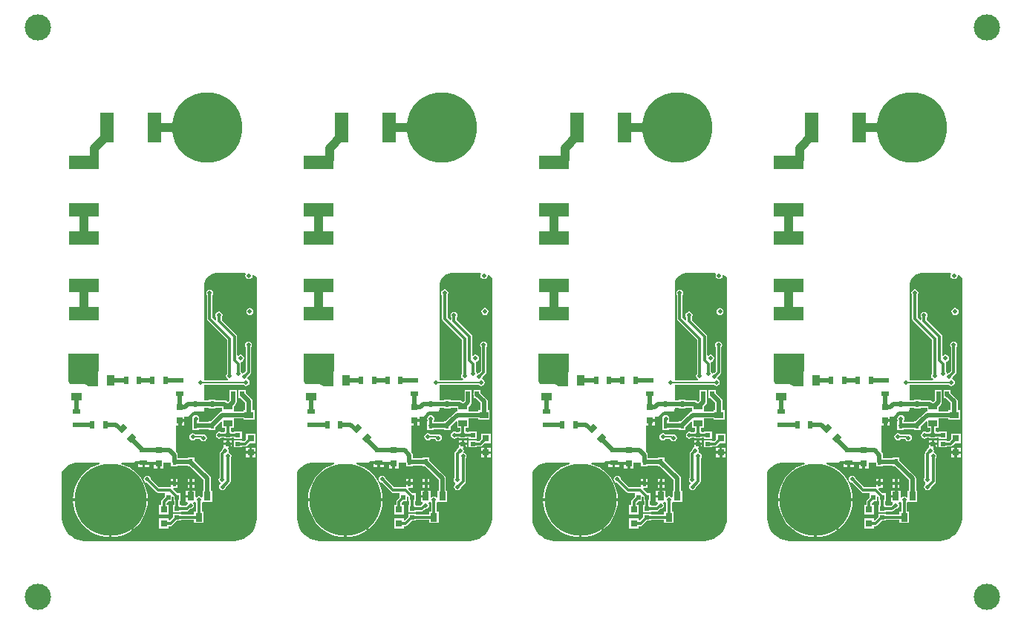
<source format=gtl>
G04*
G04 #@! TF.GenerationSoftware,Altium Limited,Altium Designer,20.1.14 (287)*
G04*
G04 Layer_Physical_Order=1*
G04 Layer_Color=255*
%FSAX25Y25*%
%MOIN*%
G70*
G04*
G04 #@! TF.SameCoordinates,1876172F-CBA1-4FB9-98D7-45F53F2F45AF*
G04*
G04*
G04 #@! TF.FilePolarity,Positive*
G04*
G01*
G75*
%ADD10C,0.01968*%
%ADD11R,0.06299X0.13780*%
%ADD12R,0.13780X0.06299*%
%ADD13R,0.02362X0.03543*%
%ADD14R,0.03543X0.02362*%
%ADD15R,0.03150X0.03150*%
G04:AMPARAMS|DCode=16|XSize=23.62mil|YSize=35.43mil|CornerRadius=0mil|HoleSize=0mil|Usage=FLASHONLY|Rotation=135.000|XOffset=0mil|YOffset=0mil|HoleType=Round|Shape=Rectangle|*
%AMROTATEDRECTD16*
4,1,4,0.02088,0.00418,-0.00418,-0.02088,-0.02088,-0.00418,0.00418,0.02088,0.02088,0.00418,0.0*
%
%ADD16ROTATEDRECTD16*%

%ADD17R,0.01772X0.02756*%
%ADD18R,0.01968X0.02362*%
%ADD19R,0.03937X0.03150*%
%ADD20R,0.02362X0.01968*%
%ADD21R,0.03150X0.03937*%
%ADD22R,0.03543X0.05118*%
%ADD23R,0.05118X0.03543*%
%ADD24C,0.32284*%
%ADD25C,0.31496*%
%ADD26C,0.01575*%
%ADD27C,0.01181*%
%ADD28C,0.00787*%
%ADD29C,0.03937*%
%ADD30C,0.11811*%
%ADD31C,0.01968*%
%ADD32C,0.04724*%
G36*
X0768944Y0514525D02*
X0769211Y0514025D01*
X0769135Y0513911D01*
X0769012Y0513293D01*
X0769135Y0512675D01*
X0769486Y0512151D01*
X0770010Y0511801D01*
X0770628Y0511678D01*
X0771246Y0511801D01*
X0771770Y0512151D01*
X0772120Y0512675D01*
X0772243Y0513293D01*
X0772231Y0513355D01*
X0772681Y0513656D01*
X0773274Y0513260D01*
X0774063Y0512470D01*
X0774208Y0512254D01*
X0774208Y0481376D01*
X0774208Y0466022D01*
X0774207Y0462085D01*
X0774207Y0462085D01*
X0774207Y0462085D01*
X0774207Y0404611D01*
X0774207Y0403910D01*
X0774024Y0402520D01*
X0773662Y0401166D01*
X0773125Y0399870D01*
X0772424Y0398656D01*
X0771571Y0397544D01*
X0770579Y0396553D01*
X0769467Y0395699D01*
X0768253Y0394998D01*
X0766958Y0394462D01*
X0765603Y0394099D01*
X0764213Y0393916D01*
X0763512Y0393916D01*
X0697375Y0393916D01*
X0696675D01*
X0695285Y0394099D01*
X0693932Y0394461D01*
X0692637Y0394998D01*
X0691424Y0395698D01*
X0690312Y0396551D01*
X0689321Y0397542D01*
X0688468Y0398654D01*
X0687768Y0399867D01*
X0687231Y0401162D01*
X0686869Y0402515D01*
X0686686Y0403905D01*
Y0404605D01*
X0686686Y0424932D01*
X0687410Y0426016D01*
X0688562Y0427168D01*
X0689916Y0428073D01*
X0691421Y0428696D01*
X0693018Y0429014D01*
X0693833Y0429014D01*
X0693833Y0429014D01*
X0703416D01*
X0703499Y0428514D01*
X0701972Y0427996D01*
X0700002Y0427024D01*
X0698175Y0425803D01*
X0696523Y0424355D01*
X0695075Y0422703D01*
X0693854Y0420876D01*
X0692883Y0418906D01*
X0692176Y0416825D01*
X0691748Y0414671D01*
X0691643Y0413069D01*
X0708400D01*
X0725157D01*
X0725052Y0414671D01*
X0724623Y0416825D01*
X0723917Y0418906D01*
X0722945Y0420876D01*
X0721725Y0422703D01*
X0720276Y0424355D01*
X0718624Y0425803D01*
X0716798Y0427024D01*
X0714827Y0427996D01*
X0713301Y0428514D01*
X0713383Y0429014D01*
X0720971D01*
Y0427215D01*
X0722770D01*
Y0429014D01*
X0723951D01*
Y0427215D01*
X0725750D01*
Y0429014D01*
X0727860D01*
Y0426624D01*
X0729463D01*
Y0428817D01*
X0730644D01*
Y0426624D01*
X0732246D01*
Y0429014D01*
X0735597D01*
X0735654Y0428928D01*
Y0427627D01*
X0738626D01*
Y0427989D01*
X0743134D01*
Y0427627D01*
X0744019D01*
X0750288Y0421357D01*
Y0416622D01*
X0749729D01*
Y0413808D01*
X0749525Y0413680D01*
X0749229Y0413593D01*
X0748782Y0413892D01*
X0748164Y0414015D01*
X0747545Y0413892D01*
X0747116Y0413605D01*
X0746773Y0413716D01*
X0746616Y0413827D01*
Y0416640D01*
X0745014D01*
Y0414053D01*
X0744423D01*
Y0413463D01*
X0742231D01*
Y0411467D01*
X0742899D01*
X0743126Y0410967D01*
X0742892Y0410616D01*
X0742847Y0410391D01*
X0742211Y0409755D01*
X0740102D01*
Y0410126D01*
X0739535D01*
Y0411878D01*
X0739905D01*
Y0415441D01*
X0738453D01*
X0736628Y0417266D01*
X0736835Y0417766D01*
X0738644D01*
Y0419171D01*
X0735636D01*
Y0418386D01*
X0735290Y0418102D01*
X0735290Y0418102D01*
X0730241D01*
X0726525Y0421818D01*
X0726428Y0422309D01*
X0726078Y0422833D01*
X0725553Y0423183D01*
X0724935Y0423306D01*
X0724317Y0423183D01*
X0723793Y0422833D01*
X0723443Y0422309D01*
X0723320Y0421691D01*
X0723443Y0421073D01*
X0723793Y0420549D01*
X0724317Y0420199D01*
X0724809Y0420101D01*
X0728880Y0416030D01*
X0729274Y0415766D01*
X0729738Y0415674D01*
X0729739Y0415674D01*
X0732397D01*
X0732800Y0415441D01*
Y0413595D01*
X0731557Y0412353D01*
X0731294Y0411959D01*
X0731202Y0411494D01*
X0731202Y0411494D01*
Y0410323D01*
X0730241D01*
Y0405973D01*
X0734590D01*
Y0410323D01*
X0733630D01*
Y0410991D01*
X0734516Y0411878D01*
X0735968D01*
Y0413732D01*
X0736430Y0413933D01*
X0736737Y0413684D01*
Y0411878D01*
X0737107D01*
Y0410126D01*
X0736540D01*
Y0406957D01*
X0740102D01*
Y0407328D01*
X0742714D01*
X0742714Y0407328D01*
X0743179Y0407420D01*
X0743573Y0407683D01*
X0744291Y0408401D01*
X0744384Y0408383D01*
X0745002Y0408506D01*
X0745526Y0408856D01*
X0745876Y0409380D01*
X0745999Y0409998D01*
X0745876Y0410616D01*
X0745642Y0410967D01*
X0745869Y0411467D01*
X0746616D01*
X0746950Y0411105D01*
Y0407173D01*
X0745989D01*
Y0405818D01*
X0740102D01*
Y0406189D01*
X0736540D01*
Y0404737D01*
X0735090Y0403287D01*
X0734590Y0403494D01*
Y0404023D01*
X0730241D01*
Y0399674D01*
X0734590D01*
Y0400635D01*
X0735368D01*
X0735368Y0400635D01*
X0735833Y0400727D01*
X0736227Y0400990D01*
X0738257Y0403020D01*
X0740102D01*
Y0403391D01*
X0745989D01*
Y0402036D01*
X0750338D01*
Y0407173D01*
X0749377D01*
Y0411130D01*
X0749729Y0411485D01*
X0754079D01*
Y0416622D01*
X0753519D01*
Y0422026D01*
X0753396Y0422644D01*
X0753046Y0423168D01*
X0746143Y0430071D01*
X0746113Y0430223D01*
X0746106Y0430232D01*
Y0431582D01*
X0743134D01*
Y0431220D01*
X0738657D01*
Y0432656D01*
X0738534Y0433274D01*
X0738184Y0433798D01*
X0737927Y0434054D01*
X0737927Y0445915D01*
X0738912D01*
Y0448108D01*
X0739502D01*
Y0448699D01*
X0741695D01*
Y0449683D01*
X0742193D01*
X0742405Y0449694D01*
X0742821Y0449776D01*
X0743213Y0449939D01*
X0743566Y0450174D01*
X0743723Y0450317D01*
X0743723Y0450317D01*
X0744557Y0451151D01*
X0744780Y0451374D01*
X0745304Y0451724D01*
X0745886Y0451965D01*
X0746504Y0452088D01*
X0746819Y0452088D01*
X0746819Y0452088D01*
X0749403Y0452088D01*
X0749652Y0452113D01*
X0750114Y0452304D01*
X0750467Y0452657D01*
X0750659Y0453119D01*
X0750683Y0453369D01*
X0750683Y0453369D01*
Y0453973D01*
X0752583D01*
Y0453611D01*
X0755555D01*
Y0453973D01*
X0758587D01*
Y0452261D01*
X0758077Y0452160D01*
X0757553Y0451810D01*
X0755240Y0449497D01*
X0753468Y0447724D01*
X0752583D01*
Y0447361D01*
X0748406D01*
X0748399Y0447370D01*
X0748089Y0447861D01*
X0748124Y0448204D01*
X0748199Y0448317D01*
X0748322Y0448935D01*
X0748199Y0449553D01*
X0747849Y0450077D01*
X0747325Y0450427D01*
X0746707Y0450550D01*
X0746089Y0450427D01*
X0745565Y0450077D01*
X0745215Y0449553D01*
X0745092Y0448935D01*
X0745215Y0448317D01*
X0745277Y0448224D01*
X0745103Y0447724D01*
X0745103D01*
Y0443768D01*
X0748075D01*
Y0444131D01*
X0752583D01*
Y0443768D01*
X0755555D01*
Y0445118D01*
X0755561Y0445128D01*
X0755592Y0445280D01*
X0758125Y0447813D01*
X0758587Y0447622D01*
Y0444752D01*
X0759942D01*
Y0443196D01*
X0759375D01*
Y0442787D01*
X0758313D01*
X0757955Y0443026D01*
X0757337Y0443149D01*
X0756719Y0443026D01*
X0756195Y0442676D01*
X0755844Y0442152D01*
X0755722Y0441534D01*
X0755844Y0440915D01*
X0756195Y0440391D01*
X0756719Y0440041D01*
X0757337Y0439918D01*
X0757955Y0440041D01*
X0758431Y0440359D01*
X0759375D01*
Y0440028D01*
X0762937D01*
Y0440381D01*
X0763818D01*
Y0439993D01*
X0767380D01*
Y0443161D01*
X0763818D01*
Y0442809D01*
X0762937D01*
Y0443196D01*
X0762370D01*
Y0444752D01*
X0763724D01*
Y0449052D01*
X0768036D01*
Y0448493D01*
X0773173D01*
Y0452842D01*
X0772220D01*
Y0456770D01*
X0772097Y0457388D01*
X0771747Y0457912D01*
X0769039Y0460619D01*
Y0461897D01*
X0765871D01*
Y0460272D01*
X0765840Y0460116D01*
Y0459919D01*
X0765871Y0459763D01*
Y0458335D01*
X0766755D01*
X0768989Y0456101D01*
Y0452842D01*
X0768036D01*
Y0452283D01*
X0763724D01*
Y0454298D01*
X0764660Y0455234D01*
X0765010Y0455758D01*
X0765133Y0456376D01*
Y0460116D01*
X0765102Y0460272D01*
Y0461897D01*
X0761934D01*
Y0460272D01*
X0761903Y0460116D01*
Y0457045D01*
X0761440Y0456582D01*
X0760872D01*
X0760723Y0456731D01*
X0760199Y0457081D01*
X0759581Y0457204D01*
X0755555D01*
Y0457567D01*
X0752583D01*
Y0457204D01*
X0750683D01*
X0750683Y0464241D01*
X0768103D01*
X0768203Y0464092D01*
X0768727Y0463742D01*
X0769345Y0463619D01*
X0769963Y0463742D01*
X0770487Y0464092D01*
X0770837Y0464616D01*
X0770960Y0465234D01*
X0770837Y0465852D01*
X0770487Y0466376D01*
X0769963Y0466727D01*
X0769821Y0467069D01*
X0769971Y0467293D01*
X0770069Y0467785D01*
X0771260Y0468977D01*
X0771260Y0468977D01*
X0771524Y0469371D01*
X0771616Y0469835D01*
Y0481012D01*
X0771895Y0481429D01*
X0772017Y0482047D01*
X0771895Y0482665D01*
X0771544Y0483189D01*
X0771020Y0483540D01*
X0770402Y0483663D01*
X0769784Y0483540D01*
X0769260Y0483189D01*
X0768910Y0482665D01*
X0768787Y0482047D01*
X0768910Y0481429D01*
X0769188Y0481012D01*
Y0470338D01*
X0768352Y0469502D01*
X0767861Y0469404D01*
X0767712Y0469305D01*
X0767250Y0469496D01*
X0767215Y0469671D01*
X0766937Y0470088D01*
Y0473599D01*
X0766937Y0473599D01*
X0766863Y0473968D01*
X0766915Y0474179D01*
X0767133Y0474532D01*
X0767384Y0474581D01*
X0767908Y0474932D01*
X0768258Y0475456D01*
X0768381Y0476074D01*
X0768258Y0476692D01*
X0767908Y0477216D01*
X0767384Y0477566D01*
X0766765Y0477689D01*
X0766147Y0477566D01*
X0765781Y0477321D01*
X0765281Y0477535D01*
Y0485866D01*
X0765281Y0485866D01*
X0765189Y0486331D01*
X0764925Y0486725D01*
X0764925Y0486725D01*
X0758368Y0493282D01*
Y0494386D01*
X0758646Y0494803D01*
X0758769Y0495421D01*
X0758646Y0496039D01*
X0758296Y0496563D01*
X0757772Y0496914D01*
X0757154Y0497037D01*
X0756536Y0496914D01*
X0756012Y0496563D01*
X0755662Y0496039D01*
X0755539Y0495421D01*
X0755662Y0494803D01*
X0755940Y0494386D01*
Y0493346D01*
X0755440Y0493139D01*
X0754213Y0494366D01*
Y0504465D01*
X0754491Y0504882D01*
X0754614Y0505500D01*
X0754491Y0506118D01*
X0754141Y0506642D01*
X0753617Y0506992D01*
X0752999Y0507115D01*
X0752381Y0506992D01*
X0751857Y0506642D01*
X0751507Y0506118D01*
X0751384Y0505500D01*
X0751507Y0504882D01*
X0751785Y0504465D01*
Y0493864D01*
X0751785Y0493864D01*
X0751877Y0493399D01*
X0752141Y0493005D01*
X0760719Y0484427D01*
Y0469232D01*
X0760440Y0468816D01*
X0760318Y0468197D01*
X0760440Y0467579D01*
X0760791Y0467055D01*
X0761222Y0466767D01*
X0761154Y0466306D01*
X0761139Y0466267D01*
X0750683D01*
X0750683Y0508935D01*
Y0509486D01*
X0750898Y0510566D01*
X0751320Y0511583D01*
X0751931Y0512499D01*
X0752710Y0513278D01*
X0753626Y0513890D01*
X0754643Y0514311D01*
X0755723Y0514526D01*
X0756274Y0514526D01*
X0756274Y0514526D01*
X0768944Y0514525D01*
D02*
G37*
G36*
X0663431D02*
X0663698Y0514025D01*
X0663622Y0513911D01*
X0663499Y0513293D01*
X0663622Y0512675D01*
X0663972Y0512151D01*
X0664496Y0511801D01*
X0665114Y0511678D01*
X0665733Y0511801D01*
X0666257Y0512151D01*
X0666607Y0512675D01*
X0666730Y0513293D01*
X0666717Y0513355D01*
X0667167Y0513656D01*
X0667761Y0513260D01*
X0668550Y0512470D01*
X0668695Y0512254D01*
X0668694Y0481376D01*
X0668694Y0466022D01*
X0668694Y0462085D01*
X0668694Y0462085D01*
X0668694Y0462085D01*
X0668694Y0404611D01*
X0668694Y0403910D01*
X0668511Y0402520D01*
X0668148Y0401166D01*
X0667612Y0399870D01*
X0666911Y0398656D01*
X0666057Y0397544D01*
X0665066Y0396553D01*
X0663954Y0395699D01*
X0662740Y0394998D01*
X0661444Y0394462D01*
X0660090Y0394099D01*
X0658700Y0393916D01*
X0657999Y0393916D01*
X0591862Y0393916D01*
X0591161D01*
X0589772Y0394099D01*
X0588419Y0394461D01*
X0587124Y0394998D01*
X0585911Y0395698D01*
X0584799Y0396551D01*
X0583808Y0397542D01*
X0582955Y0398654D01*
X0582255Y0399867D01*
X0581718Y0401162D01*
X0581355Y0402515D01*
X0581173Y0403905D01*
Y0404605D01*
X0581173Y0424932D01*
X0581897Y0426016D01*
X0583049Y0427168D01*
X0584403Y0428073D01*
X0585908Y0428696D01*
X0587505Y0429014D01*
X0588320Y0429014D01*
X0588320Y0429014D01*
X0597903D01*
X0597986Y0428514D01*
X0596459Y0427996D01*
X0594489Y0427024D01*
X0592662Y0425803D01*
X0591010Y0424355D01*
X0589562Y0422703D01*
X0588341Y0420876D01*
X0587369Y0418906D01*
X0586663Y0416825D01*
X0586235Y0414671D01*
X0586130Y0413069D01*
X0602887D01*
X0619644D01*
X0619539Y0414671D01*
X0619110Y0416825D01*
X0618404Y0418906D01*
X0617432Y0420876D01*
X0616212Y0422703D01*
X0614763Y0424355D01*
X0613111Y0425803D01*
X0611284Y0427024D01*
X0609314Y0427996D01*
X0607788Y0428514D01*
X0607870Y0429014D01*
X0615457D01*
Y0427215D01*
X0617257D01*
Y0429014D01*
X0618438D01*
Y0427215D01*
X0620237D01*
Y0429014D01*
X0622347D01*
Y0426624D01*
X0623950D01*
Y0428817D01*
X0625131D01*
Y0426624D01*
X0626733D01*
Y0429014D01*
X0630083D01*
X0630141Y0428928D01*
Y0427627D01*
X0633113D01*
Y0427989D01*
X0637621D01*
Y0427627D01*
X0638505D01*
X0644775Y0421357D01*
Y0416622D01*
X0644216D01*
Y0413808D01*
X0644012Y0413680D01*
X0643716Y0413593D01*
X0643269Y0413892D01*
X0642650Y0414015D01*
X0642032Y0413892D01*
X0641603Y0413605D01*
X0641260Y0413716D01*
X0641103Y0413827D01*
Y0416640D01*
X0639501D01*
Y0414053D01*
X0638910D01*
Y0413463D01*
X0636717D01*
Y0411467D01*
X0637386D01*
X0637613Y0410967D01*
X0637379Y0410616D01*
X0637334Y0410391D01*
X0636698Y0409755D01*
X0634589D01*
Y0410126D01*
X0634022D01*
Y0411878D01*
X0634392D01*
Y0415441D01*
X0632940D01*
X0631115Y0417266D01*
X0631322Y0417766D01*
X0633131D01*
Y0419171D01*
X0630123D01*
Y0418386D01*
X0629776Y0418102D01*
X0629776Y0418102D01*
X0624728D01*
X0621012Y0421818D01*
X0620914Y0422309D01*
X0620564Y0422833D01*
X0620040Y0423183D01*
X0619422Y0423306D01*
X0618804Y0423183D01*
X0618280Y0422833D01*
X0617930Y0422309D01*
X0617807Y0421691D01*
X0617930Y0421073D01*
X0618280Y0420549D01*
X0618804Y0420199D01*
X0619296Y0420101D01*
X0623367Y0416030D01*
X0623761Y0415766D01*
X0624225Y0415674D01*
X0624225Y0415674D01*
X0626883D01*
X0627287Y0415441D01*
Y0413595D01*
X0626044Y0412353D01*
X0625781Y0411959D01*
X0625689Y0411494D01*
X0625689Y0411494D01*
Y0410323D01*
X0624728D01*
Y0405973D01*
X0629077D01*
Y0410323D01*
X0628116D01*
Y0410991D01*
X0629003Y0411878D01*
X0630455D01*
Y0413732D01*
X0630916Y0413933D01*
X0631224Y0413684D01*
Y0411878D01*
X0631594D01*
Y0410126D01*
X0631027D01*
Y0406957D01*
X0634589D01*
Y0407328D01*
X0637201D01*
X0637201Y0407328D01*
X0637666Y0407420D01*
X0638060Y0407683D01*
X0638778Y0408401D01*
X0638871Y0408383D01*
X0639489Y0408506D01*
X0640013Y0408856D01*
X0640363Y0409380D01*
X0640486Y0409998D01*
X0640363Y0410616D01*
X0640129Y0410967D01*
X0640356Y0411467D01*
X0641103D01*
X0641436Y0411105D01*
Y0407173D01*
X0640476D01*
Y0405818D01*
X0634589D01*
Y0406189D01*
X0631027D01*
Y0404737D01*
X0629577Y0403287D01*
X0629077Y0403494D01*
Y0404023D01*
X0624728D01*
Y0399674D01*
X0629077D01*
Y0400635D01*
X0629855D01*
X0629855Y0400635D01*
X0630320Y0400727D01*
X0630714Y0400990D01*
X0632744Y0403020D01*
X0634589D01*
Y0403391D01*
X0640476D01*
Y0402036D01*
X0644825D01*
Y0407173D01*
X0643864D01*
Y0411130D01*
X0644216Y0411485D01*
X0648565D01*
Y0416622D01*
X0648006D01*
Y0422026D01*
X0647883Y0422644D01*
X0647533Y0423168D01*
X0640630Y0430071D01*
X0640599Y0430223D01*
X0640593Y0430232D01*
Y0431582D01*
X0637621D01*
Y0431220D01*
X0633144D01*
Y0432656D01*
X0633021Y0433274D01*
X0632671Y0433798D01*
X0632414Y0434054D01*
X0632414Y0445915D01*
X0633398D01*
Y0448108D01*
X0633989D01*
Y0448699D01*
X0636182D01*
Y0449683D01*
X0636680D01*
X0636892Y0449694D01*
X0637308Y0449776D01*
X0637700Y0449939D01*
X0638052Y0450174D01*
X0638210Y0450317D01*
X0638210Y0450317D01*
X0639044Y0451151D01*
X0639266Y0451374D01*
X0639790Y0451724D01*
X0640373Y0451965D01*
X0640991Y0452088D01*
X0641306Y0452088D01*
X0641306Y0452088D01*
X0643889Y0452088D01*
X0644139Y0452113D01*
X0644601Y0452304D01*
X0644954Y0452657D01*
X0645145Y0453119D01*
X0645170Y0453369D01*
X0645170Y0453369D01*
Y0453973D01*
X0647070D01*
Y0453611D01*
X0650042D01*
Y0453973D01*
X0653074D01*
Y0452261D01*
X0652564Y0452160D01*
X0652040Y0451810D01*
X0649727Y0449497D01*
X0647954Y0447724D01*
X0647070D01*
Y0447361D01*
X0642893D01*
X0642886Y0447370D01*
X0642576Y0447861D01*
X0642610Y0448204D01*
X0642686Y0448317D01*
X0642809Y0448935D01*
X0642686Y0449553D01*
X0642336Y0450077D01*
X0641812Y0450427D01*
X0641194Y0450550D01*
X0640576Y0450427D01*
X0640052Y0450077D01*
X0639701Y0449553D01*
X0639578Y0448935D01*
X0639701Y0448317D01*
X0639763Y0448224D01*
X0639590Y0447724D01*
X0639590D01*
Y0443768D01*
X0642561D01*
Y0444131D01*
X0647070D01*
Y0443768D01*
X0650042D01*
Y0445118D01*
X0650048Y0445128D01*
X0650078Y0445280D01*
X0652612Y0447813D01*
X0653074Y0447622D01*
Y0444752D01*
X0654429D01*
Y0443196D01*
X0653861D01*
Y0442787D01*
X0652800D01*
X0652442Y0443026D01*
X0651824Y0443149D01*
X0651205Y0443026D01*
X0650681Y0442676D01*
X0650331Y0442152D01*
X0650208Y0441534D01*
X0650331Y0440915D01*
X0650681Y0440391D01*
X0651205Y0440041D01*
X0651824Y0439918D01*
X0652442Y0440041D01*
X0652917Y0440359D01*
X0653861D01*
Y0440028D01*
X0657424D01*
Y0440381D01*
X0658305D01*
Y0439993D01*
X0661867D01*
Y0443161D01*
X0658305D01*
Y0442809D01*
X0657424D01*
Y0443196D01*
X0656856D01*
Y0444752D01*
X0658211D01*
Y0449052D01*
X0662523D01*
Y0448493D01*
X0667660D01*
Y0452842D01*
X0666707D01*
Y0456770D01*
X0666584Y0457388D01*
X0666233Y0457912D01*
X0663526Y0460619D01*
Y0461897D01*
X0660358D01*
Y0460272D01*
X0660326Y0460116D01*
Y0459919D01*
X0660358Y0459763D01*
Y0458335D01*
X0661242D01*
X0663476Y0456101D01*
Y0452842D01*
X0662523D01*
Y0452283D01*
X0658211D01*
Y0454298D01*
X0659147Y0455234D01*
X0659497Y0455758D01*
X0659620Y0456376D01*
Y0460116D01*
X0659589Y0460272D01*
Y0461897D01*
X0656421D01*
Y0460272D01*
X0656390Y0460116D01*
Y0457045D01*
X0655927Y0456582D01*
X0655358D01*
X0655210Y0456731D01*
X0654686Y0457081D01*
X0654068Y0457204D01*
X0650042D01*
Y0457567D01*
X0647070D01*
Y0457204D01*
X0645170D01*
X0645170Y0464241D01*
X0662590D01*
X0662689Y0464092D01*
X0663213Y0463742D01*
X0663832Y0463619D01*
X0664450Y0463742D01*
X0664974Y0464092D01*
X0665324Y0464616D01*
X0665447Y0465234D01*
X0665324Y0465852D01*
X0664974Y0466376D01*
X0664450Y0466727D01*
X0664308Y0467069D01*
X0664458Y0467293D01*
X0664556Y0467785D01*
X0665747Y0468977D01*
X0665747Y0468977D01*
X0666010Y0469371D01*
X0666103Y0469835D01*
Y0481012D01*
X0666381Y0481429D01*
X0666504Y0482047D01*
X0666381Y0482665D01*
X0666031Y0483189D01*
X0665507Y0483540D01*
X0664889Y0483663D01*
X0664271Y0483540D01*
X0663747Y0483189D01*
X0663397Y0482665D01*
X0663274Y0482047D01*
X0663397Y0481429D01*
X0663675Y0481012D01*
Y0470338D01*
X0662839Y0469502D01*
X0662347Y0469404D01*
X0662199Y0469305D01*
X0661737Y0469496D01*
X0661702Y0469671D01*
X0661423Y0470088D01*
Y0473599D01*
X0661423Y0473599D01*
X0661350Y0473968D01*
X0661402Y0474179D01*
X0661620Y0474532D01*
X0661870Y0474581D01*
X0662394Y0474932D01*
X0662745Y0475456D01*
X0662867Y0476074D01*
X0662745Y0476692D01*
X0662394Y0477216D01*
X0661870Y0477566D01*
X0661252Y0477689D01*
X0660634Y0477566D01*
X0660268Y0477321D01*
X0659768Y0477535D01*
Y0485866D01*
X0659768Y0485866D01*
X0659675Y0486331D01*
X0659412Y0486725D01*
X0659412Y0486725D01*
X0652855Y0493282D01*
Y0494386D01*
X0653133Y0494803D01*
X0653256Y0495421D01*
X0653133Y0496039D01*
X0652783Y0496563D01*
X0652259Y0496914D01*
X0651641Y0497037D01*
X0651023Y0496914D01*
X0650499Y0496563D01*
X0650148Y0496039D01*
X0650026Y0495421D01*
X0650148Y0494803D01*
X0650427Y0494386D01*
Y0493346D01*
X0649927Y0493139D01*
X0648700Y0494366D01*
Y0504465D01*
X0648978Y0504882D01*
X0649101Y0505500D01*
X0648978Y0506118D01*
X0648628Y0506642D01*
X0648104Y0506992D01*
X0647486Y0507115D01*
X0646868Y0506992D01*
X0646344Y0506642D01*
X0645994Y0506118D01*
X0645870Y0505500D01*
X0645994Y0504882D01*
X0646272Y0504465D01*
Y0493864D01*
X0646272Y0493864D01*
X0646364Y0493399D01*
X0646628Y0493005D01*
X0655206Y0484427D01*
Y0469232D01*
X0654927Y0468816D01*
X0654804Y0468197D01*
X0654927Y0467579D01*
X0655277Y0467055D01*
X0655709Y0466767D01*
X0655641Y0466306D01*
X0655625Y0466267D01*
X0645170D01*
X0645170Y0508935D01*
Y0509486D01*
X0645385Y0510566D01*
X0645806Y0511583D01*
X0646418Y0512499D01*
X0647197Y0513278D01*
X0648113Y0513890D01*
X0649130Y0514311D01*
X0650210Y0514526D01*
X0650761Y0514526D01*
X0650761Y0514526D01*
X0663431Y0514525D01*
D02*
G37*
G36*
X0557918D02*
X0558185Y0514025D01*
X0558109Y0513911D01*
X0557986Y0513293D01*
X0558109Y0512675D01*
X0558459Y0512151D01*
X0558983Y0511801D01*
X0559601Y0511678D01*
X0560219Y0511801D01*
X0560743Y0512151D01*
X0561094Y0512675D01*
X0561217Y0513293D01*
X0561204Y0513355D01*
X0561654Y0513656D01*
X0562247Y0513260D01*
X0563037Y0512470D01*
X0563181Y0512254D01*
X0563181Y0481376D01*
X0563181Y0466022D01*
X0563181Y0462085D01*
X0563181Y0462085D01*
X0563181Y0462085D01*
X0563181Y0404611D01*
X0563181Y0403910D01*
X0562998Y0402520D01*
X0562635Y0401166D01*
X0562099Y0399870D01*
X0561398Y0398656D01*
X0560544Y0397544D01*
X0559553Y0396553D01*
X0558440Y0395699D01*
X0557226Y0394998D01*
X0555931Y0394462D01*
X0554577Y0394099D01*
X0553187Y0393916D01*
X0552486Y0393916D01*
X0486349Y0393916D01*
X0485648D01*
X0484259Y0394099D01*
X0482905Y0394461D01*
X0481611Y0394998D01*
X0480397Y0395698D01*
X0479286Y0396551D01*
X0478295Y0397542D01*
X0477442Y0398654D01*
X0476741Y0399867D01*
X0476205Y0401162D01*
X0475842Y0402515D01*
X0475659Y0403905D01*
Y0404605D01*
X0475659Y0424932D01*
X0476384Y0426016D01*
X0477535Y0427168D01*
X0478890Y0428073D01*
X0480395Y0428696D01*
X0481992Y0429014D01*
X0482806Y0429014D01*
X0482806Y0429014D01*
X0492390D01*
X0492472Y0428514D01*
X0490946Y0427996D01*
X0488975Y0427024D01*
X0487149Y0425803D01*
X0485497Y0424355D01*
X0484048Y0422703D01*
X0482828Y0420876D01*
X0481856Y0418906D01*
X0481150Y0416825D01*
X0480721Y0414671D01*
X0480616Y0413069D01*
X0497373D01*
X0514130D01*
X0514025Y0414671D01*
X0513597Y0416825D01*
X0512891Y0418906D01*
X0511919Y0420876D01*
X0510698Y0422703D01*
X0509250Y0424355D01*
X0507598Y0425803D01*
X0505771Y0427024D01*
X0503801Y0427996D01*
X0502275Y0428514D01*
X0502357Y0429014D01*
X0509944D01*
Y0427215D01*
X0511743D01*
Y0429014D01*
X0512925D01*
Y0427215D01*
X0514724D01*
Y0429014D01*
X0516834D01*
Y0426624D01*
X0518436D01*
Y0428817D01*
X0519618D01*
Y0426624D01*
X0521220D01*
Y0429014D01*
X0524570D01*
X0524628Y0428928D01*
Y0427627D01*
X0527599D01*
Y0427989D01*
X0532108D01*
Y0427627D01*
X0532992D01*
X0539262Y0421357D01*
Y0416622D01*
X0538702D01*
Y0413808D01*
X0538499Y0413680D01*
X0538202Y0413593D01*
X0537755Y0413892D01*
X0537137Y0414015D01*
X0536519Y0413892D01*
X0536090Y0413605D01*
X0535747Y0413716D01*
X0535590Y0413827D01*
Y0416640D01*
X0533988D01*
Y0414053D01*
X0533397D01*
Y0413463D01*
X0531204D01*
Y0411467D01*
X0531872D01*
X0532099Y0410967D01*
X0531865Y0410616D01*
X0531820Y0410391D01*
X0531185Y0409755D01*
X0529076D01*
Y0410126D01*
X0528509D01*
Y0411878D01*
X0528879D01*
Y0415441D01*
X0527427D01*
X0525602Y0417266D01*
X0525809Y0417766D01*
X0527618D01*
Y0419171D01*
X0524610D01*
Y0418386D01*
X0524263Y0418102D01*
X0524263Y0418102D01*
X0519215D01*
X0515499Y0421818D01*
X0515401Y0422309D01*
X0515051Y0422833D01*
X0514527Y0423183D01*
X0513909Y0423306D01*
X0513291Y0423183D01*
X0512767Y0422833D01*
X0512417Y0422309D01*
X0512294Y0421691D01*
X0512417Y0421073D01*
X0512767Y0420549D01*
X0513291Y0420199D01*
X0513782Y0420101D01*
X0517854Y0416030D01*
X0518248Y0415766D01*
X0518712Y0415674D01*
X0518712Y0415674D01*
X0521370D01*
X0521773Y0415441D01*
Y0413595D01*
X0520531Y0412353D01*
X0520268Y0411959D01*
X0520175Y0411494D01*
X0520175Y0411494D01*
Y0410323D01*
X0519214D01*
Y0405973D01*
X0523564D01*
Y0410323D01*
X0522603D01*
Y0410991D01*
X0523490Y0411878D01*
X0524942D01*
Y0413732D01*
X0525403Y0413933D01*
X0525710Y0413684D01*
Y0411878D01*
X0526081D01*
Y0410126D01*
X0525514D01*
Y0406957D01*
X0529076D01*
Y0407328D01*
X0531688D01*
X0531688Y0407328D01*
X0532152Y0407420D01*
X0532546Y0407683D01*
X0533264Y0408401D01*
X0533358Y0408383D01*
X0533976Y0408506D01*
X0534500Y0408856D01*
X0534850Y0409380D01*
X0534973Y0409998D01*
X0534850Y0410616D01*
X0534616Y0410967D01*
X0534843Y0411467D01*
X0535590D01*
X0535923Y0411105D01*
Y0407173D01*
X0534962D01*
Y0405818D01*
X0529076D01*
Y0406189D01*
X0525514D01*
Y0404737D01*
X0524064Y0403287D01*
X0523564Y0403494D01*
Y0404023D01*
X0519214D01*
Y0399674D01*
X0523564D01*
Y0400635D01*
X0524342D01*
X0524342Y0400635D01*
X0524806Y0400727D01*
X0525200Y0400990D01*
X0527230Y0403020D01*
X0529076D01*
Y0403391D01*
X0534962D01*
Y0402036D01*
X0539312D01*
Y0407173D01*
X0538351D01*
Y0411130D01*
X0538703Y0411485D01*
X0543052D01*
Y0416622D01*
X0542493D01*
Y0422026D01*
X0542370Y0422644D01*
X0542020Y0423168D01*
X0535116Y0430071D01*
X0535086Y0430223D01*
X0535080Y0430232D01*
Y0431582D01*
X0532108D01*
Y0431220D01*
X0527630D01*
Y0432656D01*
X0527507Y0433274D01*
X0527157Y0433798D01*
X0526901Y0434054D01*
X0526901Y0445915D01*
X0527885D01*
Y0448108D01*
X0528476D01*
Y0448699D01*
X0530669D01*
Y0449683D01*
X0531167D01*
X0531379Y0449694D01*
X0531795Y0449776D01*
X0532186Y0449939D01*
X0532539Y0450174D01*
X0532696Y0450317D01*
X0532696Y0450317D01*
X0533531Y0451151D01*
X0533753Y0451374D01*
X0534277Y0451724D01*
X0534860Y0451965D01*
X0535478Y0452088D01*
X0535793Y0452088D01*
X0535793Y0452088D01*
X0538376Y0452088D01*
X0538626Y0452113D01*
X0539088Y0452304D01*
X0539441Y0452657D01*
X0539632Y0453119D01*
X0539657Y0453369D01*
X0539657Y0453369D01*
Y0453973D01*
X0541557D01*
Y0453611D01*
X0544528D01*
Y0453973D01*
X0547561D01*
Y0452261D01*
X0547051Y0452160D01*
X0546526Y0451810D01*
X0544213Y0449497D01*
X0542441Y0447724D01*
X0541557D01*
Y0447361D01*
X0537380D01*
X0537372Y0447370D01*
X0537062Y0447861D01*
X0537097Y0448204D01*
X0537173Y0448317D01*
X0537296Y0448935D01*
X0537173Y0449553D01*
X0536823Y0450077D01*
X0536299Y0450427D01*
X0535680Y0450550D01*
X0535062Y0450427D01*
X0534538Y0450077D01*
X0534188Y0449553D01*
X0534065Y0448935D01*
X0534188Y0448317D01*
X0534250Y0448224D01*
X0534077Y0447724D01*
X0534077D01*
Y0443768D01*
X0537048D01*
Y0444131D01*
X0541557D01*
Y0443768D01*
X0544528D01*
Y0445118D01*
X0544535Y0445128D01*
X0544565Y0445280D01*
X0547099Y0447813D01*
X0547561Y0447622D01*
Y0444752D01*
X0548915D01*
Y0443196D01*
X0548348D01*
Y0442787D01*
X0547286D01*
X0546929Y0443026D01*
X0546310Y0443149D01*
X0545692Y0443026D01*
X0545168Y0442676D01*
X0544818Y0442152D01*
X0544695Y0441534D01*
X0544818Y0440915D01*
X0545168Y0440391D01*
X0545692Y0440041D01*
X0546310Y0439918D01*
X0546929Y0440041D01*
X0547404Y0440359D01*
X0548348D01*
Y0440028D01*
X0551910D01*
Y0440381D01*
X0552792D01*
Y0439993D01*
X0556354D01*
Y0443161D01*
X0552792D01*
Y0442809D01*
X0551910D01*
Y0443196D01*
X0551343D01*
Y0444752D01*
X0552698D01*
Y0449052D01*
X0557010D01*
Y0448493D01*
X0562147D01*
Y0452842D01*
X0561193D01*
Y0456770D01*
X0561070Y0457388D01*
X0560720Y0457912D01*
X0558013Y0460619D01*
Y0461897D01*
X0554844D01*
Y0460272D01*
X0554813Y0460116D01*
Y0459919D01*
X0554844Y0459763D01*
Y0458335D01*
X0555728D01*
X0557963Y0456101D01*
Y0452842D01*
X0557010D01*
Y0452283D01*
X0552698D01*
Y0454298D01*
X0553634Y0455234D01*
X0553984Y0455758D01*
X0554107Y0456376D01*
Y0460116D01*
X0554076Y0460272D01*
Y0461897D01*
X0550907D01*
Y0460272D01*
X0550876Y0460116D01*
Y0457045D01*
X0550414Y0456582D01*
X0549845D01*
X0549697Y0456731D01*
X0549173Y0457081D01*
X0548555Y0457204D01*
X0544528D01*
Y0457567D01*
X0541557D01*
Y0457204D01*
X0539657D01*
X0539657Y0464241D01*
X0557077D01*
X0557176Y0464092D01*
X0557700Y0463742D01*
X0558318Y0463619D01*
X0558936Y0463742D01*
X0559460Y0464092D01*
X0559811Y0464616D01*
X0559934Y0465234D01*
X0559811Y0465852D01*
X0559460Y0466376D01*
X0558936Y0466727D01*
X0558795Y0467069D01*
X0558945Y0467293D01*
X0559042Y0467785D01*
X0560234Y0468977D01*
X0560234Y0468977D01*
X0560497Y0469371D01*
X0560590Y0469835D01*
Y0481012D01*
X0560868Y0481429D01*
X0560991Y0482047D01*
X0560868Y0482665D01*
X0560518Y0483189D01*
X0559994Y0483540D01*
X0559376Y0483663D01*
X0558758Y0483540D01*
X0558234Y0483189D01*
X0557883Y0482665D01*
X0557760Y0482047D01*
X0557883Y0481429D01*
X0558162Y0481012D01*
Y0470338D01*
X0557326Y0469502D01*
X0556834Y0469404D01*
X0556685Y0469305D01*
X0556223Y0469496D01*
X0556189Y0469671D01*
X0555910Y0470088D01*
Y0473599D01*
X0555910Y0473599D01*
X0555837Y0473968D01*
X0555889Y0474179D01*
X0556106Y0474532D01*
X0556357Y0474581D01*
X0556881Y0474932D01*
X0557231Y0475456D01*
X0557354Y0476074D01*
X0557231Y0476692D01*
X0556881Y0477216D01*
X0556357Y0477566D01*
X0555739Y0477689D01*
X0555121Y0477566D01*
X0554754Y0477321D01*
X0554254Y0477535D01*
Y0485866D01*
X0554254Y0485866D01*
X0554162Y0486331D01*
X0553899Y0486725D01*
X0553899Y0486725D01*
X0547341Y0493282D01*
Y0494386D01*
X0547620Y0494803D01*
X0547743Y0495421D01*
X0547620Y0496039D01*
X0547270Y0496563D01*
X0546746Y0496914D01*
X0546128Y0497037D01*
X0545509Y0496914D01*
X0544985Y0496563D01*
X0544635Y0496039D01*
X0544512Y0495421D01*
X0544635Y0494803D01*
X0544914Y0494386D01*
Y0493346D01*
X0544414Y0493139D01*
X0543186Y0494366D01*
Y0504465D01*
X0543465Y0504882D01*
X0543588Y0505500D01*
X0543465Y0506118D01*
X0543115Y0506642D01*
X0542591Y0506992D01*
X0541973Y0507115D01*
X0541354Y0506992D01*
X0540830Y0506642D01*
X0540480Y0506118D01*
X0540357Y0505500D01*
X0540480Y0504882D01*
X0540759Y0504465D01*
Y0493864D01*
X0540759Y0493864D01*
X0540851Y0493399D01*
X0541114Y0493005D01*
X0549692Y0484427D01*
Y0469232D01*
X0549414Y0468816D01*
X0549291Y0468197D01*
X0549414Y0467579D01*
X0549764Y0467055D01*
X0550195Y0466767D01*
X0550128Y0466306D01*
X0550112Y0466267D01*
X0539657D01*
X0539657Y0508935D01*
Y0509486D01*
X0539872Y0510566D01*
X0540293Y0511583D01*
X0540905Y0512499D01*
X0541684Y0513278D01*
X0542599Y0513890D01*
X0543617Y0514311D01*
X0544697Y0514526D01*
X0545248Y0514526D01*
X0545248Y0514526D01*
X0557918Y0514525D01*
D02*
G37*
G36*
X0452405D02*
X0452672Y0514025D01*
X0452596Y0513911D01*
X0452473Y0513293D01*
X0452596Y0512675D01*
X0452946Y0512151D01*
X0453470Y0511801D01*
X0454088Y0511678D01*
X0454706Y0511801D01*
X0455230Y0512151D01*
X0455580Y0512675D01*
X0455703Y0513293D01*
X0455691Y0513355D01*
X0456141Y0513656D01*
X0456734Y0513260D01*
X0457524Y0512470D01*
X0457668Y0512254D01*
X0457668Y0481376D01*
X0457668Y0466022D01*
X0457668Y0462085D01*
X0457668Y0462085D01*
X0457668Y0462085D01*
X0457668Y0404611D01*
X0457668Y0403910D01*
X0457485Y0402520D01*
X0457122Y0401166D01*
X0456585Y0399870D01*
X0455884Y0398656D01*
X0455031Y0397544D01*
X0454039Y0396553D01*
X0452927Y0395699D01*
X0451713Y0394998D01*
X0450418Y0394462D01*
X0449064Y0394099D01*
X0447674Y0393916D01*
X0446973Y0393916D01*
X0380836Y0393916D01*
X0380135D01*
X0378746Y0394099D01*
X0377392Y0394461D01*
X0376098Y0394998D01*
X0374884Y0395698D01*
X0373773Y0396551D01*
X0372782Y0397542D01*
X0371929Y0398654D01*
X0371228Y0399867D01*
X0370692Y0401162D01*
X0370329Y0402515D01*
X0370146Y0403905D01*
Y0404605D01*
X0370146Y0424932D01*
X0370871Y0426016D01*
X0372022Y0427168D01*
X0373377Y0428073D01*
X0374881Y0428696D01*
X0376479Y0429014D01*
X0377293Y0429014D01*
X0377293Y0429014D01*
X0386877D01*
X0386959Y0428514D01*
X0385433Y0427996D01*
X0383462Y0427024D01*
X0381636Y0425803D01*
X0379984Y0424355D01*
X0378535Y0422703D01*
X0377315Y0420876D01*
X0376343Y0418906D01*
X0375637Y0416825D01*
X0375208Y0414671D01*
X0375103Y0413069D01*
X0391860D01*
X0408617D01*
X0408512Y0414671D01*
X0408084Y0416825D01*
X0407377Y0418906D01*
X0406406Y0420876D01*
X0405185Y0422703D01*
X0403737Y0424355D01*
X0402085Y0425803D01*
X0400258Y0427024D01*
X0398288Y0427996D01*
X0396761Y0428514D01*
X0396844Y0429014D01*
X0404431D01*
Y0427215D01*
X0406230D01*
Y0429014D01*
X0407411D01*
Y0427215D01*
X0409211D01*
Y0429014D01*
X0411321D01*
Y0426624D01*
X0412923D01*
Y0428817D01*
X0414104D01*
Y0426624D01*
X0415707D01*
Y0429014D01*
X0419057D01*
X0419114Y0428928D01*
Y0427627D01*
X0422086D01*
Y0427989D01*
X0426595D01*
Y0427627D01*
X0427479D01*
X0433749Y0421357D01*
Y0416622D01*
X0433189D01*
Y0413808D01*
X0432986Y0413680D01*
X0432689Y0413593D01*
X0432242Y0413892D01*
X0431624Y0414015D01*
X0431006Y0413892D01*
X0430577Y0413605D01*
X0430234Y0413716D01*
X0430077Y0413827D01*
Y0416640D01*
X0428474D01*
Y0414053D01*
X0427884D01*
Y0413463D01*
X0425691D01*
Y0411467D01*
X0426359D01*
X0426586Y0410967D01*
X0426352Y0410616D01*
X0426307Y0410391D01*
X0425672Y0409755D01*
X0423563D01*
Y0410126D01*
X0422995D01*
Y0411878D01*
X0423366D01*
Y0415441D01*
X0421914D01*
X0420089Y0417266D01*
X0420296Y0417766D01*
X0422104D01*
Y0419171D01*
X0419096D01*
Y0418386D01*
X0418750Y0418102D01*
X0418750Y0418102D01*
X0413702D01*
X0409986Y0421818D01*
X0409888Y0422309D01*
X0409538Y0422833D01*
X0409014Y0423183D01*
X0408396Y0423306D01*
X0407778Y0423183D01*
X0407254Y0422833D01*
X0406903Y0422309D01*
X0406780Y0421691D01*
X0406903Y0421073D01*
X0407254Y0420549D01*
X0407778Y0420199D01*
X0408269Y0420101D01*
X0412340Y0416030D01*
X0412734Y0415766D01*
X0413199Y0415674D01*
X0413199Y0415674D01*
X0415857D01*
X0416260Y0415441D01*
Y0413595D01*
X0415018Y0412353D01*
X0414754Y0411959D01*
X0414662Y0411494D01*
X0414662Y0411494D01*
Y0410323D01*
X0413701D01*
Y0405973D01*
X0418051D01*
Y0410323D01*
X0417090D01*
Y0410991D01*
X0417977Y0411878D01*
X0419429D01*
Y0413732D01*
X0419890Y0413933D01*
X0420197Y0413684D01*
Y0411878D01*
X0420568D01*
Y0410126D01*
X0420000D01*
Y0406957D01*
X0423563D01*
Y0407328D01*
X0426175D01*
X0426175Y0407328D01*
X0426639Y0407420D01*
X0427033Y0407683D01*
X0427751Y0408401D01*
X0427844Y0408383D01*
X0428463Y0408506D01*
X0428987Y0408856D01*
X0429337Y0409380D01*
X0429460Y0409998D01*
X0429337Y0410616D01*
X0429103Y0410967D01*
X0429330Y0411467D01*
X0430077D01*
X0430410Y0411105D01*
Y0407173D01*
X0429449D01*
Y0405818D01*
X0423563D01*
Y0406189D01*
X0420000D01*
Y0404737D01*
X0418551Y0403287D01*
X0418051Y0403494D01*
Y0404023D01*
X0413701D01*
Y0399674D01*
X0418051D01*
Y0400635D01*
X0418829D01*
X0418829Y0400635D01*
X0419293Y0400727D01*
X0419687Y0400990D01*
X0421717Y0403020D01*
X0423563D01*
Y0403391D01*
X0429449D01*
Y0402036D01*
X0433799D01*
Y0407173D01*
X0432838D01*
Y0411130D01*
X0433189Y0411485D01*
X0437539D01*
Y0416622D01*
X0436979D01*
Y0422026D01*
X0436857Y0422644D01*
X0436506Y0423168D01*
X0429603Y0430071D01*
X0429573Y0430223D01*
X0429566Y0430232D01*
Y0431582D01*
X0426595D01*
Y0431220D01*
X0422117D01*
Y0432656D01*
X0421994Y0433274D01*
X0421644Y0433798D01*
X0421388Y0434054D01*
X0421388Y0445915D01*
X0422372D01*
Y0448108D01*
X0422963D01*
Y0448699D01*
X0425155D01*
Y0449683D01*
X0425653D01*
X0425865Y0449694D01*
X0426281Y0449776D01*
X0426673Y0449939D01*
X0427026Y0450174D01*
X0427183Y0450317D01*
X0427183Y0450317D01*
X0428017Y0451151D01*
X0428240Y0451374D01*
X0428764Y0451724D01*
X0429346Y0451965D01*
X0429964Y0452088D01*
X0430280Y0452088D01*
X0430280Y0452088D01*
X0432863Y0452088D01*
X0433113Y0452113D01*
X0433574Y0452304D01*
X0433928Y0452657D01*
X0434119Y0453119D01*
X0434144Y0453369D01*
X0434144Y0453369D01*
Y0453973D01*
X0436044D01*
Y0453611D01*
X0439015D01*
Y0453973D01*
X0442048D01*
Y0452261D01*
X0441537Y0452160D01*
X0441013Y0451810D01*
X0438700Y0449497D01*
X0436928Y0447724D01*
X0436044D01*
Y0447361D01*
X0431867D01*
X0431859Y0447370D01*
X0431549Y0447861D01*
X0431584Y0448204D01*
X0431660Y0448317D01*
X0431783Y0448935D01*
X0431660Y0449553D01*
X0431310Y0450077D01*
X0430785Y0450427D01*
X0430167Y0450550D01*
X0429549Y0450427D01*
X0429025Y0450077D01*
X0428675Y0449553D01*
X0428552Y0448935D01*
X0428675Y0448317D01*
X0428737Y0448224D01*
X0428563Y0447724D01*
X0428563D01*
Y0443768D01*
X0431535D01*
Y0444131D01*
X0436044D01*
Y0443768D01*
X0439015D01*
Y0445118D01*
X0439022Y0445128D01*
X0439052Y0445280D01*
X0441586Y0447813D01*
X0442048Y0447622D01*
Y0444752D01*
X0443402D01*
Y0443196D01*
X0442835D01*
Y0442787D01*
X0441773D01*
X0441415Y0443026D01*
X0440797Y0443149D01*
X0440179Y0443026D01*
X0439655Y0442676D01*
X0439305Y0442152D01*
X0439182Y0441534D01*
X0439305Y0440915D01*
X0439655Y0440391D01*
X0440179Y0440041D01*
X0440797Y0439918D01*
X0441415Y0440041D01*
X0441891Y0440359D01*
X0442835D01*
Y0440028D01*
X0446397D01*
Y0440381D01*
X0447278D01*
Y0439993D01*
X0450841D01*
Y0443161D01*
X0447278D01*
Y0442809D01*
X0446397D01*
Y0443196D01*
X0445830D01*
Y0444752D01*
X0447185D01*
Y0449052D01*
X0451496D01*
Y0448493D01*
X0456633D01*
Y0452842D01*
X0455680D01*
Y0456770D01*
X0455557Y0457388D01*
X0455207Y0457912D01*
X0452500Y0460619D01*
Y0461897D01*
X0449331D01*
Y0460272D01*
X0449300Y0460116D01*
Y0459919D01*
X0449331Y0459763D01*
Y0458335D01*
X0450215D01*
X0452450Y0456101D01*
Y0452842D01*
X0451496D01*
Y0452283D01*
X0447185D01*
Y0454298D01*
X0448120Y0455234D01*
X0448471Y0455758D01*
X0448594Y0456376D01*
Y0460116D01*
X0448563Y0460272D01*
Y0461897D01*
X0445394D01*
Y0460272D01*
X0445363Y0460116D01*
Y0457045D01*
X0444900Y0456582D01*
X0444332D01*
X0444183Y0456731D01*
X0443659Y0457081D01*
X0443041Y0457204D01*
X0439015D01*
Y0457567D01*
X0436044D01*
Y0457204D01*
X0434144D01*
X0434144Y0464241D01*
X0451564D01*
X0451663Y0464092D01*
X0452187Y0463742D01*
X0452805Y0463619D01*
X0453423Y0463742D01*
X0453947Y0464092D01*
X0454297Y0464616D01*
X0454420Y0465234D01*
X0454297Y0465852D01*
X0453947Y0466376D01*
X0453423Y0466727D01*
X0453281Y0467069D01*
X0453431Y0467293D01*
X0453529Y0467785D01*
X0454721Y0468977D01*
X0454721Y0468977D01*
X0454984Y0469371D01*
X0455076Y0469835D01*
Y0481012D01*
X0455355Y0481429D01*
X0455478Y0482047D01*
X0455355Y0482665D01*
X0455005Y0483189D01*
X0454481Y0483540D01*
X0453862Y0483663D01*
X0453244Y0483540D01*
X0452720Y0483189D01*
X0452370Y0482665D01*
X0452247Y0482047D01*
X0452370Y0481429D01*
X0452649Y0481012D01*
Y0470338D01*
X0451812Y0469502D01*
X0451321Y0469404D01*
X0451172Y0469305D01*
X0450710Y0469496D01*
X0450675Y0469671D01*
X0450397Y0470088D01*
Y0473599D01*
X0450397Y0473599D01*
X0450323Y0473968D01*
X0450376Y0474179D01*
X0450593Y0474532D01*
X0450844Y0474581D01*
X0451368Y0474932D01*
X0451718Y0475456D01*
X0451841Y0476074D01*
X0451718Y0476692D01*
X0451368Y0477216D01*
X0450844Y0477566D01*
X0450226Y0477689D01*
X0449608Y0477566D01*
X0449241Y0477321D01*
X0448741Y0477535D01*
Y0485866D01*
X0448741Y0485866D01*
X0448649Y0486331D01*
X0448386Y0486725D01*
X0448386Y0486725D01*
X0441828Y0493282D01*
Y0494386D01*
X0442107Y0494803D01*
X0442230Y0495421D01*
X0442107Y0496039D01*
X0441756Y0496563D01*
X0441232Y0496914D01*
X0440614Y0497037D01*
X0439996Y0496914D01*
X0439472Y0496563D01*
X0439122Y0496039D01*
X0438999Y0495421D01*
X0439122Y0494803D01*
X0439400Y0494386D01*
Y0493346D01*
X0438901Y0493139D01*
X0437673Y0494366D01*
Y0504465D01*
X0437952Y0504882D01*
X0438075Y0505500D01*
X0437952Y0506118D01*
X0437602Y0506642D01*
X0437078Y0506992D01*
X0436459Y0507115D01*
X0435841Y0506992D01*
X0435317Y0506642D01*
X0434967Y0506118D01*
X0434844Y0505500D01*
X0434967Y0504882D01*
X0435246Y0504465D01*
Y0493864D01*
X0435246Y0493864D01*
X0435338Y0493399D01*
X0435601Y0493005D01*
X0444179Y0484427D01*
Y0469232D01*
X0443901Y0468816D01*
X0443778Y0468197D01*
X0443901Y0467579D01*
X0444251Y0467055D01*
X0444682Y0466767D01*
X0444615Y0466306D01*
X0444599Y0466267D01*
X0434144D01*
X0434144Y0508935D01*
Y0509486D01*
X0434358Y0510566D01*
X0434780Y0511583D01*
X0435392Y0512499D01*
X0436170Y0513278D01*
X0437086Y0513890D01*
X0438104Y0514311D01*
X0439184Y0514526D01*
X0439735Y0514526D01*
X0439735Y0514526D01*
X0452405Y0514525D01*
D02*
G37*
G36*
X0703329Y0470737D02*
Y0470649D01*
X0703294Y0470475D01*
X0703226Y0470312D01*
X0703128Y0470165D01*
X0703066Y0470102D01*
X0703026Y0470058D01*
X0702960Y0469959D01*
X0702914Y0469850D01*
X0702891Y0469733D01*
X0702888Y0469674D01*
Y0463463D01*
X0698997D01*
X0698607Y0463540D01*
X0698241Y0463692D01*
X0697910Y0463913D01*
X0697770Y0464053D01*
X0697653Y0464159D01*
X0697390Y0464335D01*
X0697098Y0464456D01*
X0696788Y0464518D01*
X0696629Y0464526D01*
X0690486D01*
X0690486Y0464526D01*
X0690264Y0464749D01*
X0689913Y0465273D01*
X0689672Y0465855D01*
X0689549Y0466474D01*
Y0466789D01*
Y0478148D01*
X0703329D01*
Y0470737D01*
D02*
G37*
G36*
X0597815D02*
Y0470649D01*
X0597781Y0470475D01*
X0597713Y0470312D01*
X0597615Y0470165D01*
X0597552Y0470102D01*
X0597512Y0470058D01*
X0597446Y0469959D01*
X0597401Y0469850D01*
X0597378Y0469733D01*
X0597375Y0469674D01*
Y0463463D01*
X0593484D01*
X0593094Y0463540D01*
X0592727Y0463692D01*
X0592397Y0463913D01*
X0592257Y0464053D01*
X0592139Y0464159D01*
X0591877Y0464335D01*
X0591584Y0464456D01*
X0591274Y0464518D01*
X0591116Y0464526D01*
X0584973D01*
X0584973Y0464526D01*
X0584750Y0464749D01*
X0584400Y0465273D01*
X0584159Y0465855D01*
X0584036Y0466474D01*
Y0466789D01*
Y0478148D01*
X0597815D01*
Y0470737D01*
D02*
G37*
G36*
X0492302D02*
Y0470649D01*
X0492268Y0470475D01*
X0492200Y0470312D01*
X0492102Y0470165D01*
X0492039Y0470102D01*
X0491999Y0470058D01*
X0491933Y0469959D01*
X0491888Y0469850D01*
X0491864Y0469733D01*
X0491862Y0469674D01*
Y0463463D01*
X0487971D01*
X0487581Y0463540D01*
X0487214Y0463692D01*
X0486884Y0463913D01*
X0486743Y0464053D01*
X0486626Y0464159D01*
X0486363Y0464335D01*
X0486071Y0464456D01*
X0485761Y0464518D01*
X0485603Y0464526D01*
X0479460D01*
X0479460Y0464526D01*
X0479237Y0464749D01*
X0478887Y0465273D01*
X0478646Y0465855D01*
X0478522Y0466474D01*
Y0466789D01*
Y0478148D01*
X0492302D01*
Y0470737D01*
D02*
G37*
G36*
X0386789D02*
Y0470649D01*
X0386754Y0470475D01*
X0386687Y0470312D01*
X0386588Y0470165D01*
X0386526Y0470102D01*
X0386486Y0470058D01*
X0386420Y0469959D01*
X0386374Y0469850D01*
X0386351Y0469733D01*
X0386348Y0469674D01*
Y0463463D01*
X0382457D01*
X0382068Y0463540D01*
X0381701Y0463692D01*
X0381371Y0463913D01*
X0381230Y0464053D01*
X0381113Y0464159D01*
X0380850Y0464335D01*
X0380558Y0464456D01*
X0380248Y0464518D01*
X0380090Y0464526D01*
X0373947D01*
X0373947Y0464526D01*
X0373724Y0464749D01*
X0373374Y0465273D01*
X0373132Y0465855D01*
X0373009Y0466474D01*
Y0466789D01*
Y0478148D01*
X0386789D01*
Y0470737D01*
D02*
G37*
%LPC*%
G36*
X0771013Y0498712D02*
X0770395Y0498589D01*
X0769871Y0498239D01*
X0769520Y0497715D01*
X0769397Y0497096D01*
X0769520Y0496478D01*
X0769871Y0495954D01*
X0770395Y0495604D01*
X0771013Y0495481D01*
X0771631Y0495604D01*
X0772155Y0495954D01*
X0772505Y0496478D01*
X0772628Y0497096D01*
X0772505Y0497715D01*
X0772155Y0498239D01*
X0771631Y0498589D01*
X0771013Y0498712D01*
D02*
G37*
G36*
X0741695Y0447518D02*
X0740093D01*
Y0445915D01*
X0741695D01*
Y0447518D01*
D02*
G37*
G36*
X0773567Y0442212D02*
X0769217D01*
Y0439579D01*
X0768492Y0438854D01*
X0767380D01*
Y0439224D01*
X0763818D01*
Y0436056D01*
X0767380D01*
Y0436426D01*
X0768995D01*
X0768995Y0436426D01*
X0769459Y0436519D01*
X0769853Y0436782D01*
X0770934Y0437863D01*
X0773567D01*
Y0442212D01*
D02*
G37*
G36*
X0745408Y0442440D02*
X0744790Y0442317D01*
X0744265Y0441967D01*
X0743915Y0441443D01*
X0743792Y0440825D01*
X0743915Y0440207D01*
X0744265Y0439683D01*
X0744790Y0439332D01*
X0745408Y0439210D01*
X0746026Y0439332D01*
X0746550Y0439683D01*
X0746636Y0439812D01*
X0748571D01*
X0748597Y0439682D01*
X0748947Y0439158D01*
X0749471Y0438808D01*
X0750089Y0438685D01*
X0750707Y0438808D01*
X0751231Y0439158D01*
X0751581Y0439682D01*
X0751704Y0440300D01*
X0751581Y0440918D01*
X0751231Y0441442D01*
X0750707Y0441793D01*
X0750089Y0441916D01*
X0749472Y0441793D01*
X0749245Y0441838D01*
X0746636D01*
X0746550Y0441967D01*
X0746026Y0442317D01*
X0745408Y0442440D01*
D02*
G37*
G36*
X0762955Y0439278D02*
X0761746D01*
Y0438266D01*
X0762955D01*
Y0439278D01*
D02*
G37*
G36*
X0760565D02*
X0759356D01*
Y0438266D01*
X0760565D01*
Y0439278D01*
D02*
G37*
G36*
X0773585Y0435931D02*
X0771982D01*
Y0434329D01*
X0773585D01*
Y0435931D01*
D02*
G37*
G36*
X0770801D02*
X0769199D01*
Y0434329D01*
X0770801D01*
Y0435931D01*
D02*
G37*
G36*
X0773585Y0433148D02*
X0771982D01*
Y0431545D01*
X0773585D01*
Y0433148D01*
D02*
G37*
G36*
X0770801D02*
X0769199D01*
Y0431545D01*
X0770801D01*
Y0433148D01*
D02*
G37*
G36*
X0746124Y0421758D02*
X0745211D01*
Y0420353D01*
X0746124D01*
Y0421758D01*
D02*
G37*
G36*
X0744030D02*
X0743116D01*
Y0420353D01*
X0744030D01*
Y0421758D01*
D02*
G37*
G36*
X0738644D02*
X0737731D01*
Y0420353D01*
X0738644D01*
Y0421758D01*
D02*
G37*
G36*
X0736550D02*
X0735636D01*
Y0420353D01*
X0736550D01*
Y0421758D01*
D02*
G37*
G36*
X0746124Y0419171D02*
X0745211D01*
Y0417766D01*
X0746124D01*
Y0419171D01*
D02*
G37*
G36*
X0744030D02*
X0743116D01*
Y0417766D01*
X0744030D01*
Y0419171D01*
D02*
G37*
G36*
X0762955Y0437085D02*
X0761156D01*
X0759356D01*
Y0436073D01*
X0758983Y0435768D01*
X0758833Y0435668D01*
X0758482Y0435144D01*
X0758385Y0434652D01*
X0757778Y0434045D01*
X0757515Y0433652D01*
X0757422Y0433187D01*
X0757422Y0433187D01*
Y0422529D01*
X0757144Y0422112D01*
X0757021Y0421494D01*
X0757144Y0420876D01*
X0757494Y0420352D01*
X0757760Y0420174D01*
X0757771Y0419580D01*
X0757573Y0419447D01*
X0757223Y0418923D01*
X0757099Y0418305D01*
X0757223Y0417687D01*
X0757573Y0417163D01*
X0758097Y0416813D01*
X0758715Y0416690D01*
X0759333Y0416813D01*
X0759857Y0417163D01*
X0760207Y0417687D01*
X0760305Y0418179D01*
X0762065Y0419938D01*
X0762065Y0419938D01*
X0762328Y0420332D01*
X0762420Y0420797D01*
X0762420Y0420797D01*
Y0431077D01*
X0762699Y0431494D01*
X0762822Y0432112D01*
X0762699Y0432730D01*
X0762349Y0433254D01*
X0761853Y0433585D01*
X0761467Y0433908D01*
X0761590Y0434526D01*
X0761467Y0435144D01*
X0761180Y0435573D01*
X0761291Y0435916D01*
X0761402Y0436073D01*
X0762955D01*
Y0437085D01*
D02*
G37*
G36*
X0743833Y0416640D02*
X0742231D01*
Y0414644D01*
X0743833D01*
Y0416640D01*
D02*
G37*
G36*
X0707809Y0411888D02*
X0691643D01*
X0691748Y0410286D01*
X0692176Y0408131D01*
X0692883Y0406051D01*
X0693854Y0404080D01*
X0695075Y0402254D01*
X0696523Y0400602D01*
X0698175Y0399153D01*
X0700002Y0397933D01*
X0701972Y0396961D01*
X0704053Y0396255D01*
X0706208Y0395826D01*
X0707809Y0395721D01*
Y0411888D01*
D02*
G37*
G36*
X0725157D02*
X0708990D01*
Y0395721D01*
X0710592Y0395826D01*
X0712747Y0396255D01*
X0714827Y0396961D01*
X0716798Y0397933D01*
X0718624Y0399153D01*
X0720276Y0400602D01*
X0721725Y0402254D01*
X0722945Y0404080D01*
X0723917Y0406051D01*
X0724623Y0408131D01*
X0725052Y0410286D01*
X0725157Y0411888D01*
D02*
G37*
G36*
X0665499Y0498712D02*
X0664881Y0498589D01*
X0664357Y0498239D01*
X0664007Y0497715D01*
X0663884Y0497096D01*
X0664007Y0496478D01*
X0664357Y0495954D01*
X0664881Y0495604D01*
X0665499Y0495481D01*
X0666118Y0495604D01*
X0666642Y0495954D01*
X0666992Y0496478D01*
X0667115Y0497096D01*
X0666992Y0497715D01*
X0666642Y0498239D01*
X0666118Y0498589D01*
X0665499Y0498712D01*
D02*
G37*
G36*
X0636182Y0447518D02*
X0634580D01*
Y0445915D01*
X0636182D01*
Y0447518D01*
D02*
G37*
G36*
X0668054Y0442212D02*
X0663704D01*
Y0439579D01*
X0662979Y0438854D01*
X0661867D01*
Y0439224D01*
X0658305D01*
Y0436056D01*
X0661867D01*
Y0436426D01*
X0663481D01*
X0663482Y0436426D01*
X0663946Y0436519D01*
X0664340Y0436782D01*
X0665421Y0437863D01*
X0668054D01*
Y0442212D01*
D02*
G37*
G36*
X0639894Y0442440D02*
X0639276Y0442317D01*
X0638752Y0441967D01*
X0638402Y0441443D01*
X0638279Y0440825D01*
X0638402Y0440207D01*
X0638752Y0439683D01*
X0639276Y0439332D01*
X0639894Y0439210D01*
X0640513Y0439332D01*
X0641037Y0439683D01*
X0641123Y0439812D01*
X0643058D01*
X0643083Y0439682D01*
X0643434Y0439158D01*
X0643958Y0438808D01*
X0644576Y0438685D01*
X0645194Y0438808D01*
X0645718Y0439158D01*
X0646068Y0439682D01*
X0646191Y0440300D01*
X0646068Y0440918D01*
X0645718Y0441442D01*
X0645194Y0441793D01*
X0644576Y0441916D01*
X0643959Y0441793D01*
X0643732Y0441838D01*
X0641123D01*
X0641037Y0441967D01*
X0640513Y0442317D01*
X0639894Y0442440D01*
D02*
G37*
G36*
X0657442Y0439278D02*
X0656233D01*
Y0438266D01*
X0657442D01*
Y0439278D01*
D02*
G37*
G36*
X0655052D02*
X0653843D01*
Y0438266D01*
X0655052D01*
Y0439278D01*
D02*
G37*
G36*
X0668072Y0435931D02*
X0666469D01*
Y0434329D01*
X0668072D01*
Y0435931D01*
D02*
G37*
G36*
X0665288D02*
X0663686D01*
Y0434329D01*
X0665288D01*
Y0435931D01*
D02*
G37*
G36*
X0668072Y0433148D02*
X0666469D01*
Y0431545D01*
X0668072D01*
Y0433148D01*
D02*
G37*
G36*
X0665288D02*
X0663686D01*
Y0431545D01*
X0665288D01*
Y0433148D01*
D02*
G37*
G36*
X0640611Y0421758D02*
X0639698D01*
Y0420353D01*
X0640611D01*
Y0421758D01*
D02*
G37*
G36*
X0638517D02*
X0637603D01*
Y0420353D01*
X0638517D01*
Y0421758D01*
D02*
G37*
G36*
X0633131D02*
X0632217D01*
Y0420353D01*
X0633131D01*
Y0421758D01*
D02*
G37*
G36*
X0631036D02*
X0630123D01*
Y0420353D01*
X0631036D01*
Y0421758D01*
D02*
G37*
G36*
X0640611Y0419171D02*
X0639698D01*
Y0417766D01*
X0640611D01*
Y0419171D01*
D02*
G37*
G36*
X0638517D02*
X0637603D01*
Y0417766D01*
X0638517D01*
Y0419171D01*
D02*
G37*
G36*
X0657442Y0437085D02*
X0655643D01*
X0653843D01*
Y0436073D01*
X0653470Y0435768D01*
X0653319Y0435668D01*
X0652969Y0435144D01*
X0652871Y0434652D01*
X0652264Y0434045D01*
X0652001Y0433652D01*
X0651909Y0433187D01*
X0651909Y0433187D01*
Y0422529D01*
X0651630Y0422112D01*
X0651508Y0421494D01*
X0651630Y0420876D01*
X0651981Y0420352D01*
X0652247Y0420174D01*
X0652258Y0419580D01*
X0652059Y0419447D01*
X0651709Y0418923D01*
X0651586Y0418305D01*
X0651709Y0417687D01*
X0652059Y0417163D01*
X0652584Y0416813D01*
X0653202Y0416690D01*
X0653820Y0416813D01*
X0654344Y0417163D01*
X0654694Y0417687D01*
X0654792Y0418179D01*
X0656551Y0419938D01*
X0656552Y0419938D01*
X0656815Y0420332D01*
X0656907Y0420797D01*
X0656907Y0420797D01*
Y0431077D01*
X0657186Y0431494D01*
X0657308Y0432112D01*
X0657186Y0432730D01*
X0656835Y0433254D01*
X0656340Y0433585D01*
X0655954Y0433908D01*
X0656077Y0434526D01*
X0655954Y0435144D01*
X0655667Y0435573D01*
X0655778Y0435916D01*
X0655889Y0436073D01*
X0657442D01*
Y0437085D01*
D02*
G37*
G36*
X0638320Y0416640D02*
X0636717D01*
Y0414644D01*
X0638320D01*
Y0416640D01*
D02*
G37*
G36*
X0602296Y0411888D02*
X0586130D01*
X0586235Y0410286D01*
X0586663Y0408131D01*
X0587369Y0406051D01*
X0588341Y0404080D01*
X0589562Y0402254D01*
X0591010Y0400602D01*
X0592662Y0399153D01*
X0594489Y0397933D01*
X0596459Y0396961D01*
X0598540Y0396255D01*
X0600694Y0395826D01*
X0602296Y0395721D01*
Y0411888D01*
D02*
G37*
G36*
X0619644D02*
X0603477D01*
Y0395721D01*
X0605079Y0395826D01*
X0607234Y0396255D01*
X0609314Y0396961D01*
X0611284Y0397933D01*
X0613111Y0399153D01*
X0614763Y0400602D01*
X0616212Y0402254D01*
X0617432Y0404080D01*
X0618404Y0406051D01*
X0619110Y0408131D01*
X0619539Y0410286D01*
X0619644Y0411888D01*
D02*
G37*
G36*
X0559986Y0498712D02*
X0559368Y0498589D01*
X0558844Y0498239D01*
X0558494Y0497715D01*
X0558371Y0497096D01*
X0558494Y0496478D01*
X0558844Y0495954D01*
X0559368Y0495604D01*
X0559986Y0495481D01*
X0560604Y0495604D01*
X0561129Y0495954D01*
X0561479Y0496478D01*
X0561602Y0497096D01*
X0561479Y0497715D01*
X0561129Y0498239D01*
X0560604Y0498589D01*
X0559986Y0498712D01*
D02*
G37*
G36*
X0530669Y0447518D02*
X0529066D01*
Y0445915D01*
X0530669D01*
Y0447518D01*
D02*
G37*
G36*
X0562540Y0442212D02*
X0558191D01*
Y0439579D01*
X0557465Y0438854D01*
X0556354D01*
Y0439224D01*
X0552792D01*
Y0436056D01*
X0556354D01*
Y0436426D01*
X0557968D01*
X0557968Y0436426D01*
X0558433Y0436519D01*
X0558827Y0436782D01*
X0559907Y0437863D01*
X0562540D01*
Y0442212D01*
D02*
G37*
G36*
X0534381Y0442440D02*
X0533763Y0442317D01*
X0533239Y0441967D01*
X0532889Y0441443D01*
X0532766Y0440825D01*
X0532889Y0440207D01*
X0533239Y0439683D01*
X0533763Y0439332D01*
X0534381Y0439210D01*
X0534999Y0439332D01*
X0535523Y0439683D01*
X0535610Y0439812D01*
X0537544D01*
X0537570Y0439682D01*
X0537920Y0439158D01*
X0538444Y0438808D01*
X0539062Y0438685D01*
X0539681Y0438808D01*
X0540205Y0439158D01*
X0540555Y0439682D01*
X0540678Y0440300D01*
X0540555Y0440918D01*
X0540205Y0441442D01*
X0539681Y0441793D01*
X0539062Y0441916D01*
X0538446Y0441793D01*
X0538218Y0441838D01*
X0535610D01*
X0535523Y0441967D01*
X0534999Y0442317D01*
X0534381Y0442440D01*
D02*
G37*
G36*
X0551929Y0439278D02*
X0550720D01*
Y0438266D01*
X0551929D01*
Y0439278D01*
D02*
G37*
G36*
X0549539D02*
X0548330D01*
Y0438266D01*
X0549539D01*
Y0439278D01*
D02*
G37*
G36*
X0562558Y0435931D02*
X0560956D01*
Y0434329D01*
X0562558D01*
Y0435931D01*
D02*
G37*
G36*
X0559775D02*
X0558173D01*
Y0434329D01*
X0559775D01*
Y0435931D01*
D02*
G37*
G36*
X0562558Y0433148D02*
X0560956D01*
Y0431545D01*
X0562558D01*
Y0433148D01*
D02*
G37*
G36*
X0559775D02*
X0558173D01*
Y0431545D01*
X0559775D01*
Y0433148D01*
D02*
G37*
G36*
X0535098Y0421758D02*
X0534184D01*
Y0420353D01*
X0535098D01*
Y0421758D01*
D02*
G37*
G36*
X0533003D02*
X0532090D01*
Y0420353D01*
X0533003D01*
Y0421758D01*
D02*
G37*
G36*
X0527618D02*
X0526704D01*
Y0420353D01*
X0527618D01*
Y0421758D01*
D02*
G37*
G36*
X0525523D02*
X0524610D01*
Y0420353D01*
X0525523D01*
Y0421758D01*
D02*
G37*
G36*
X0535098Y0419171D02*
X0534184D01*
Y0417766D01*
X0535098D01*
Y0419171D01*
D02*
G37*
G36*
X0533003D02*
X0532090D01*
Y0417766D01*
X0533003D01*
Y0419171D01*
D02*
G37*
G36*
X0551929Y0437085D02*
X0550129D01*
X0548330D01*
Y0436073D01*
X0547956Y0435768D01*
X0547806Y0435668D01*
X0547456Y0435144D01*
X0547358Y0434652D01*
X0546751Y0434045D01*
X0546488Y0433652D01*
X0546396Y0433187D01*
X0546396Y0433187D01*
Y0422529D01*
X0546117Y0422112D01*
X0545994Y0421494D01*
X0546117Y0420876D01*
X0546467Y0420352D01*
X0546734Y0420174D01*
X0546745Y0419580D01*
X0546546Y0419447D01*
X0546196Y0418923D01*
X0546073Y0418305D01*
X0546196Y0417687D01*
X0546546Y0417163D01*
X0547070Y0416813D01*
X0547688Y0416690D01*
X0548307Y0416813D01*
X0548831Y0417163D01*
X0549181Y0417687D01*
X0549278Y0418179D01*
X0551038Y0419938D01*
X0551038Y0419938D01*
X0551301Y0420332D01*
X0551394Y0420797D01*
X0551394Y0420797D01*
Y0431077D01*
X0551672Y0431494D01*
X0551795Y0432112D01*
X0551672Y0432730D01*
X0551322Y0433254D01*
X0550827Y0433585D01*
X0550441Y0433908D01*
X0550563Y0434526D01*
X0550441Y0435144D01*
X0550154Y0435573D01*
X0550265Y0435916D01*
X0550375Y0436073D01*
X0551929D01*
Y0437085D01*
D02*
G37*
G36*
X0532806Y0416640D02*
X0531204D01*
Y0414644D01*
X0532806D01*
Y0416640D01*
D02*
G37*
G36*
X0496783Y0411888D02*
X0480616D01*
X0480721Y0410286D01*
X0481150Y0408131D01*
X0481856Y0406051D01*
X0482828Y0404080D01*
X0484048Y0402254D01*
X0485497Y0400602D01*
X0487149Y0399153D01*
X0488975Y0397933D01*
X0490946Y0396961D01*
X0493026Y0396255D01*
X0495181Y0395826D01*
X0496783Y0395721D01*
Y0411888D01*
D02*
G37*
G36*
X0514130D02*
X0497964D01*
Y0395721D01*
X0499566Y0395826D01*
X0501721Y0396255D01*
X0503801Y0396961D01*
X0505771Y0397933D01*
X0507598Y0399153D01*
X0509250Y0400602D01*
X0510698Y0402254D01*
X0511919Y0404080D01*
X0512891Y0406051D01*
X0513597Y0408131D01*
X0514025Y0410286D01*
X0514130Y0411888D01*
D02*
G37*
G36*
X0454473Y0498712D02*
X0453855Y0498589D01*
X0453331Y0498239D01*
X0452981Y0497715D01*
X0452858Y0497096D01*
X0452981Y0496478D01*
X0453331Y0495954D01*
X0453855Y0495604D01*
X0454473Y0495481D01*
X0455091Y0495604D01*
X0455615Y0495954D01*
X0455965Y0496478D01*
X0456088Y0497096D01*
X0455965Y0497715D01*
X0455615Y0498239D01*
X0455091Y0498589D01*
X0454473Y0498712D01*
D02*
G37*
G36*
X0425155Y0447518D02*
X0423553D01*
Y0445915D01*
X0425155D01*
Y0447518D01*
D02*
G37*
G36*
X0457027Y0442212D02*
X0452677D01*
Y0439579D01*
X0451952Y0438854D01*
X0450841D01*
Y0439224D01*
X0447278D01*
Y0436056D01*
X0450841D01*
Y0436426D01*
X0452455D01*
X0452455Y0436426D01*
X0452920Y0436519D01*
X0453313Y0436782D01*
X0454394Y0437863D01*
X0457027D01*
Y0442212D01*
D02*
G37*
G36*
X0428868Y0442440D02*
X0428250Y0442317D01*
X0427726Y0441967D01*
X0427376Y0441443D01*
X0427253Y0440825D01*
X0427376Y0440207D01*
X0427726Y0439683D01*
X0428250Y0439332D01*
X0428868Y0439210D01*
X0429486Y0439332D01*
X0430010Y0439683D01*
X0430096Y0439812D01*
X0432031D01*
X0432057Y0439682D01*
X0432407Y0439158D01*
X0432931Y0438808D01*
X0433549Y0438685D01*
X0434167Y0438808D01*
X0434691Y0439158D01*
X0435042Y0439682D01*
X0435165Y0440300D01*
X0435042Y0440918D01*
X0434691Y0441442D01*
X0434167Y0441793D01*
X0433549Y0441916D01*
X0432932Y0441793D01*
X0432705Y0441838D01*
X0430096D01*
X0430010Y0441967D01*
X0429486Y0442317D01*
X0428868Y0442440D01*
D02*
G37*
G36*
X0446415Y0439278D02*
X0445207D01*
Y0438266D01*
X0446415D01*
Y0439278D01*
D02*
G37*
G36*
X0444026D02*
X0442817D01*
Y0438266D01*
X0444026D01*
Y0439278D01*
D02*
G37*
G36*
X0457045Y0435931D02*
X0455443D01*
Y0434329D01*
X0457045D01*
Y0435931D01*
D02*
G37*
G36*
X0454262D02*
X0452659D01*
Y0434329D01*
X0454262D01*
Y0435931D01*
D02*
G37*
G36*
X0457045Y0433148D02*
X0455443D01*
Y0431545D01*
X0457045D01*
Y0433148D01*
D02*
G37*
G36*
X0454262D02*
X0452659D01*
Y0431545D01*
X0454262D01*
Y0433148D01*
D02*
G37*
G36*
X0429585Y0421758D02*
X0428671D01*
Y0420353D01*
X0429585D01*
Y0421758D01*
D02*
G37*
G36*
X0427490D02*
X0426577D01*
Y0420353D01*
X0427490D01*
Y0421758D01*
D02*
G37*
G36*
X0422104D02*
X0421191D01*
Y0420353D01*
X0422104D01*
Y0421758D01*
D02*
G37*
G36*
X0420010D02*
X0419096D01*
Y0420353D01*
X0420010D01*
Y0421758D01*
D02*
G37*
G36*
X0429585Y0419171D02*
X0428671D01*
Y0417766D01*
X0429585D01*
Y0419171D01*
D02*
G37*
G36*
X0427490D02*
X0426577D01*
Y0417766D01*
X0427490D01*
Y0419171D01*
D02*
G37*
G36*
X0446415Y0437085D02*
X0444616D01*
X0442817D01*
Y0436073D01*
X0442443Y0435768D01*
X0442293Y0435668D01*
X0441943Y0435144D01*
X0441845Y0434652D01*
X0441238Y0434045D01*
X0440975Y0433652D01*
X0440882Y0433187D01*
X0440882Y0433187D01*
Y0422529D01*
X0440604Y0422112D01*
X0440481Y0421494D01*
X0440604Y0420876D01*
X0440954Y0420352D01*
X0441221Y0420174D01*
X0441231Y0419580D01*
X0441033Y0419447D01*
X0440683Y0418923D01*
X0440560Y0418305D01*
X0440683Y0417687D01*
X0441033Y0417163D01*
X0441557Y0416813D01*
X0442175Y0416690D01*
X0442793Y0416813D01*
X0443317Y0417163D01*
X0443668Y0417687D01*
X0443765Y0418179D01*
X0445525Y0419938D01*
X0445525Y0419938D01*
X0445788Y0420332D01*
X0445881Y0420797D01*
X0445881Y0420797D01*
Y0431077D01*
X0446159Y0431494D01*
X0446282Y0432112D01*
X0446159Y0432730D01*
X0445809Y0433254D01*
X0445313Y0433585D01*
X0444927Y0433908D01*
X0445050Y0434526D01*
X0444927Y0435144D01*
X0444641Y0435573D01*
X0444752Y0435916D01*
X0444862Y0436073D01*
X0446415D01*
Y0437085D01*
D02*
G37*
G36*
X0427293Y0416640D02*
X0425691D01*
Y0414644D01*
X0427293D01*
Y0416640D01*
D02*
G37*
G36*
X0391270Y0411888D02*
X0375103D01*
X0375208Y0410286D01*
X0375637Y0408131D01*
X0376343Y0406051D01*
X0377315Y0404080D01*
X0378535Y0402254D01*
X0379984Y0400602D01*
X0381636Y0399153D01*
X0383462Y0397933D01*
X0385433Y0396961D01*
X0387513Y0396255D01*
X0389668Y0395826D01*
X0391270Y0395721D01*
Y0411888D01*
D02*
G37*
G36*
X0408617D02*
X0392451D01*
Y0395721D01*
X0394053Y0395826D01*
X0396207Y0396255D01*
X0398288Y0396961D01*
X0400258Y0397933D01*
X0402085Y0399153D01*
X0403737Y0400602D01*
X0405185Y0402254D01*
X0406406Y0404080D01*
X0407377Y0406051D01*
X0408084Y0408131D01*
X0408512Y0410286D01*
X0408617Y0411888D01*
D02*
G37*
%LPD*%
D10*
X0422487Y0466022D02*
G03*
X0422963Y0466219I0000000J0000672D01*
G01*
X0439843Y0448354D02*
X0442156Y0450667D01*
X0437530Y0446041D02*
X0439843Y0448354D01*
X0442156Y0450667D02*
X0454065D01*
X0437530Y0445746D02*
Y0446041D01*
X0428081Y0429309D02*
Y0429604D01*
Y0429309D02*
X0435364Y0422026D01*
Y0414053D02*
Y0422026D01*
X0420600Y0429604D02*
X0428081D01*
X0420502Y0429703D02*
X0420600Y0429604D01*
X0420502Y0429703D02*
Y0432656D01*
X0418435Y0434723D02*
X0420502Y0432656D01*
X0413514Y0434723D02*
X0418435D01*
X0406821Y0434919D02*
X0406919Y0434821D01*
X0413415D01*
X0413514Y0434723D01*
X0401272Y0440156D02*
X0401428Y0440312D01*
X0401272Y0439877D02*
Y0440156D01*
Y0439877D02*
X0406230Y0434919D01*
X0406821D01*
X0389577Y0446337D02*
X0394290D01*
X0396557Y0444070D01*
X0396835D01*
X0397253Y0444488D01*
X0376506Y0446258D02*
X0376545Y0446297D01*
X0383632D01*
X0383671Y0446337D01*
X0376506Y0452164D02*
Y0458817D01*
X0450915Y0459919D02*
Y0460116D01*
Y0459919D02*
X0454065Y0456770D01*
Y0450667D02*
Y0456770D01*
X0430232Y0445746D02*
X0437256D01*
X0446978Y0456376D02*
Y0460116D01*
X0445010Y0454408D02*
X0446978Y0456376D01*
X0444616Y0454408D02*
X0445010D01*
X0437530Y0455589D02*
X0443041D01*
X0444222Y0454408D01*
X0444616D01*
X0430049Y0455589D02*
X0437530D01*
X0426703D02*
X0430049D01*
X0425325Y0454211D02*
X0426703Y0455589D01*
X0422963Y0454014D02*
X0423159Y0454211D01*
X0425325D01*
X0422963Y0454014D02*
Y0460313D01*
X0416624Y0466022D02*
X0422487D01*
X0404734D02*
X0410718D01*
X0392057D02*
X0398829D01*
X0528000D02*
G03*
X0528476Y0466219I0000000J0000672D01*
G01*
X0545356Y0448354D02*
X0547669Y0450667D01*
X0543043Y0446041D02*
X0545356Y0448354D01*
X0547669Y0450667D02*
X0559578D01*
X0543043Y0445746D02*
Y0446041D01*
X0533594Y0429309D02*
Y0429604D01*
Y0429309D02*
X0540877Y0422026D01*
Y0414053D02*
Y0422026D01*
X0526114Y0429604D02*
X0533594D01*
X0526015Y0429703D02*
X0526114Y0429604D01*
X0526015Y0429703D02*
Y0432656D01*
X0523948Y0434723D02*
X0526015Y0432656D01*
X0519027Y0434723D02*
X0523948D01*
X0512334Y0434919D02*
X0512432Y0434821D01*
X0518928D01*
X0519027Y0434723D01*
X0506786Y0440156D02*
X0506942Y0440312D01*
X0506786Y0439877D02*
Y0440156D01*
Y0439877D02*
X0511743Y0434919D01*
X0512334D01*
X0495090Y0446337D02*
X0499803D01*
X0502070Y0444070D01*
X0502348D01*
X0502766Y0444488D01*
X0482019Y0446258D02*
X0482058Y0446297D01*
X0489145D01*
X0489185Y0446337D01*
X0482019Y0452164D02*
Y0458817D01*
X0556428Y0459919D02*
Y0460116D01*
Y0459919D02*
X0559578Y0456770D01*
Y0450667D02*
Y0456770D01*
X0535745Y0445746D02*
X0542769D01*
X0552492Y0456376D02*
Y0460116D01*
X0550523Y0454408D02*
X0552492Y0456376D01*
X0550129Y0454408D02*
X0550523D01*
X0543043Y0455589D02*
X0548555D01*
X0549736Y0454408D01*
X0550129D01*
X0535562Y0455589D02*
X0543043D01*
X0532216D02*
X0535562D01*
X0530838Y0454211D02*
X0532216Y0455589D01*
X0528476Y0454014D02*
X0528673Y0454211D01*
X0530838D01*
X0528476Y0454014D02*
Y0460313D01*
X0522137Y0466022D02*
X0528000D01*
X0510247D02*
X0516232D01*
X0497570D02*
X0504342D01*
X0633514D02*
G03*
X0633989Y0466219I0000000J0000672D01*
G01*
X0650869Y0448354D02*
X0653182Y0450667D01*
X0648556Y0446041D02*
X0650869Y0448354D01*
X0653182Y0450667D02*
X0665091D01*
X0648556Y0445746D02*
Y0446041D01*
X0639107Y0429309D02*
Y0429604D01*
Y0429309D02*
X0646391Y0422026D01*
Y0414053D02*
Y0422026D01*
X0631627Y0429604D02*
X0639107D01*
X0631528Y0429703D02*
X0631627Y0429604D01*
X0631528Y0429703D02*
Y0432656D01*
X0629461Y0434723D02*
X0631528Y0432656D01*
X0624540Y0434723D02*
X0629461D01*
X0617847Y0434919D02*
X0617946Y0434821D01*
X0624442D01*
X0624540Y0434723D01*
X0612299Y0440156D02*
X0612455Y0440312D01*
X0612299Y0439877D02*
Y0440156D01*
Y0439877D02*
X0617257Y0434919D01*
X0617847D01*
X0600603Y0446337D02*
X0605316D01*
X0607583Y0444070D01*
X0607861D01*
X0608279Y0444488D01*
X0587532Y0446258D02*
X0587572Y0446297D01*
X0594658D01*
X0594698Y0446337D01*
X0587532Y0452164D02*
Y0458817D01*
X0661942Y0459919D02*
Y0460116D01*
Y0459919D02*
X0665091Y0456770D01*
Y0450667D02*
Y0456770D01*
X0641258Y0445746D02*
X0648282D01*
X0658005Y0456376D02*
Y0460116D01*
X0656036Y0454408D02*
X0658005Y0456376D01*
X0655643Y0454408D02*
X0656036D01*
X0648556Y0455589D02*
X0654068D01*
X0655249Y0454408D01*
X0655643D01*
X0641076Y0455589D02*
X0648556D01*
X0637729D02*
X0641076D01*
X0636351Y0454211D02*
X0637729Y0455589D01*
X0633989Y0454014D02*
X0634186Y0454211D01*
X0636351D01*
X0633989Y0454014D02*
Y0460313D01*
X0627650Y0466022D02*
X0633514D01*
X0615761D02*
X0621745D01*
X0603084D02*
X0609855D01*
X0739027D02*
G03*
X0739502Y0466219I0000000J0000672D01*
G01*
X0756382Y0448354D02*
X0758695Y0450667D01*
X0754069Y0446041D02*
X0756382Y0448354D01*
X0758695Y0450667D02*
X0770605D01*
X0754069Y0445746D02*
Y0446041D01*
X0744620Y0429309D02*
Y0429604D01*
Y0429309D02*
X0751904Y0422026D01*
Y0414053D02*
Y0422026D01*
X0737140Y0429604D02*
X0744620D01*
X0737042Y0429703D02*
X0737140Y0429604D01*
X0737042Y0429703D02*
Y0432656D01*
X0734975Y0434723D02*
X0737042Y0432656D01*
X0730053Y0434723D02*
X0734975D01*
X0723360Y0434919D02*
X0723459Y0434821D01*
X0729955D01*
X0730053Y0434723D01*
X0717812Y0440156D02*
X0717968Y0440312D01*
X0717812Y0439877D02*
Y0440156D01*
Y0439877D02*
X0722770Y0434919D01*
X0723360D01*
X0706116Y0446337D02*
X0710830D01*
X0713096Y0444070D01*
X0713375D01*
X0713792Y0444488D01*
X0693046Y0446258D02*
X0693085Y0446297D01*
X0700172D01*
X0700211Y0446337D01*
X0693046Y0452164D02*
Y0458817D01*
X0767455Y0459919D02*
Y0460116D01*
Y0459919D02*
X0770605Y0456770D01*
Y0450667D02*
Y0456770D01*
X0746771Y0445746D02*
X0753795D01*
X0763518Y0456376D02*
Y0460116D01*
X0761550Y0454408D02*
X0763518Y0456376D01*
X0761156Y0454408D02*
X0761550D01*
X0754069Y0455589D02*
X0759581D01*
X0760762Y0454408D01*
X0761156D01*
X0746589Y0455589D02*
X0754069D01*
X0743242D02*
X0746589D01*
X0741864Y0454211D02*
X0743242Y0455589D01*
X0739502Y0454014D02*
X0739699Y0454211D01*
X0741864D01*
X0739502Y0454014D02*
Y0460313D01*
X0733164Y0466022D02*
X0739027D01*
X0721274D02*
X0727258D01*
X0708597D02*
X0715368D01*
D11*
X0411545Y0579801D02*
D03*
X0390285D02*
D03*
X0517058D02*
D03*
X0495799D02*
D03*
X0622572D02*
D03*
X0601312D02*
D03*
X0728085D02*
D03*
X0706825D02*
D03*
D12*
X0379899Y0564211D02*
D03*
Y0542951D02*
D03*
Y0530037D02*
D03*
Y0508778D02*
D03*
Y0496258D02*
D03*
Y0474998D02*
D03*
X0485412Y0564211D02*
D03*
Y0542951D02*
D03*
Y0530037D02*
D03*
Y0508778D02*
D03*
Y0496258D02*
D03*
Y0474998D02*
D03*
X0590926Y0564211D02*
D03*
Y0542951D02*
D03*
Y0530037D02*
D03*
Y0508778D02*
D03*
Y0496258D02*
D03*
Y0474998D02*
D03*
X0696439Y0564211D02*
D03*
Y0542951D02*
D03*
Y0530037D02*
D03*
Y0508778D02*
D03*
Y0496258D02*
D03*
Y0474998D02*
D03*
D13*
X0389577Y0446337D02*
D03*
X0383671D02*
D03*
X0404734Y0466022D02*
D03*
X0398829D02*
D03*
X0416624D02*
D03*
X0410718D02*
D03*
X0495090Y0446337D02*
D03*
X0489185D02*
D03*
X0510247Y0466022D02*
D03*
X0504342D02*
D03*
X0522137D02*
D03*
X0516232D02*
D03*
X0600603Y0446337D02*
D03*
X0594698D02*
D03*
X0615761Y0466022D02*
D03*
X0609855D02*
D03*
X0627650D02*
D03*
X0621745D02*
D03*
X0706116Y0446337D02*
D03*
X0700211D02*
D03*
X0721274Y0466022D02*
D03*
X0715368D02*
D03*
X0733164D02*
D03*
X0727258D02*
D03*
D14*
X0376506Y0446258D02*
D03*
Y0452164D02*
D03*
X0422963Y0460313D02*
D03*
Y0466219D02*
D03*
X0406821Y0429014D02*
D03*
Y0434919D02*
D03*
X0482019Y0446258D02*
D03*
Y0452164D02*
D03*
X0528476Y0460313D02*
D03*
Y0466219D02*
D03*
X0512334Y0429014D02*
D03*
Y0434919D02*
D03*
X0587532Y0446258D02*
D03*
Y0452164D02*
D03*
X0633989Y0460313D02*
D03*
Y0466219D02*
D03*
X0617847Y0429014D02*
D03*
Y0434919D02*
D03*
X0693046Y0446258D02*
D03*
Y0452164D02*
D03*
X0739502Y0460313D02*
D03*
Y0466219D02*
D03*
X0723360Y0429014D02*
D03*
Y0434919D02*
D03*
D15*
X0422963Y0454014D02*
D03*
Y0448108D02*
D03*
X0413514Y0428817D02*
D03*
Y0434723D02*
D03*
X0454852Y0433738D02*
D03*
Y0440037D02*
D03*
X0415876Y0401849D02*
D03*
Y0408148D02*
D03*
X0528476Y0454014D02*
D03*
Y0448108D02*
D03*
X0519027Y0428817D02*
D03*
Y0434723D02*
D03*
X0560365Y0433738D02*
D03*
Y0440037D02*
D03*
X0521389Y0401849D02*
D03*
Y0408148D02*
D03*
X0633989Y0454014D02*
D03*
Y0448108D02*
D03*
X0624540Y0428817D02*
D03*
Y0434723D02*
D03*
X0665879Y0433738D02*
D03*
Y0440037D02*
D03*
X0626902Y0401849D02*
D03*
Y0408148D02*
D03*
X0739502Y0454014D02*
D03*
Y0448108D02*
D03*
X0730053Y0428817D02*
D03*
Y0434723D02*
D03*
X0771392Y0433738D02*
D03*
Y0440037D02*
D03*
X0732416Y0401849D02*
D03*
Y0408148D02*
D03*
D16*
X0401428Y0440312D02*
D03*
X0397253Y0444488D02*
D03*
X0506942Y0440312D02*
D03*
X0502766Y0444488D02*
D03*
X0612455Y0440312D02*
D03*
X0608279Y0444488D02*
D03*
X0717968Y0440312D02*
D03*
X0713792Y0444488D02*
D03*
D17*
X0437530Y0445746D02*
D03*
Y0455589D02*
D03*
X0430049Y0445746D02*
D03*
Y0455589D02*
D03*
X0428081Y0419762D02*
D03*
Y0429604D02*
D03*
X0420600D02*
D03*
Y0419762D02*
D03*
X0543043Y0445746D02*
D03*
Y0455589D02*
D03*
X0535562Y0445746D02*
D03*
Y0455589D02*
D03*
X0533594Y0419762D02*
D03*
Y0429604D02*
D03*
X0526114D02*
D03*
Y0419762D02*
D03*
X0648556Y0445746D02*
D03*
Y0455589D02*
D03*
X0641076Y0445746D02*
D03*
Y0455589D02*
D03*
X0639107Y0419762D02*
D03*
Y0429604D02*
D03*
X0631627D02*
D03*
Y0419762D02*
D03*
X0754069Y0445746D02*
D03*
Y0455589D02*
D03*
X0746589Y0445746D02*
D03*
Y0455589D02*
D03*
X0744620Y0419762D02*
D03*
Y0429604D02*
D03*
X0737140D02*
D03*
Y0419762D02*
D03*
D18*
X0450915Y0460116D02*
D03*
X0446978D02*
D03*
X0421781Y0413659D02*
D03*
X0417844D02*
D03*
X0556428Y0460116D02*
D03*
X0552492D02*
D03*
X0527295Y0413659D02*
D03*
X0523358D02*
D03*
X0661942Y0460116D02*
D03*
X0658005D02*
D03*
X0632808Y0413659D02*
D03*
X0628871D02*
D03*
X0767455Y0460116D02*
D03*
X0763518D02*
D03*
X0738321Y0413659D02*
D03*
X0734384D02*
D03*
D19*
X0444616Y0454408D02*
D03*
Y0446927D02*
D03*
X0454065Y0450667D02*
D03*
X0550129Y0454408D02*
D03*
Y0446927D02*
D03*
X0559578Y0450667D02*
D03*
X0655643Y0454408D02*
D03*
Y0446927D02*
D03*
X0665091Y0450667D02*
D03*
X0761156Y0454408D02*
D03*
Y0446927D02*
D03*
X0770605Y0450667D02*
D03*
D20*
X0444616Y0441612D02*
D03*
Y0437675D02*
D03*
X0449059Y0441577D02*
D03*
Y0437640D02*
D03*
X0421781Y0408541D02*
D03*
Y0404604D02*
D03*
X0550129Y0441612D02*
D03*
Y0437675D02*
D03*
X0554573Y0441577D02*
D03*
Y0437640D02*
D03*
X0527295Y0408541D02*
D03*
Y0404604D02*
D03*
X0655643Y0441612D02*
D03*
Y0437675D02*
D03*
X0660086Y0441577D02*
D03*
Y0437640D02*
D03*
X0632808Y0408541D02*
D03*
Y0404604D02*
D03*
X0761156Y0441612D02*
D03*
Y0437675D02*
D03*
X0765599Y0441577D02*
D03*
Y0437640D02*
D03*
X0738321Y0408541D02*
D03*
Y0404604D02*
D03*
D21*
X0435364Y0414053D02*
D03*
X0427884D02*
D03*
X0431624Y0404604D02*
D03*
X0540877Y0414053D02*
D03*
X0533397D02*
D03*
X0537137Y0404604D02*
D03*
X0646391Y0414053D02*
D03*
X0638910D02*
D03*
X0642650Y0404604D02*
D03*
X0751904Y0414053D02*
D03*
X0744423D02*
D03*
X0748164Y0404604D02*
D03*
D22*
X0392057Y0466022D02*
D03*
X0384577D02*
D03*
X0497570D02*
D03*
X0490090D02*
D03*
X0603084D02*
D03*
X0595603D02*
D03*
X0708597D02*
D03*
X0701116D02*
D03*
D23*
X0376506Y0458817D02*
D03*
Y0466297D02*
D03*
X0482019Y0458817D02*
D03*
Y0466297D02*
D03*
X0587532Y0458817D02*
D03*
Y0466297D02*
D03*
X0693046Y0458817D02*
D03*
Y0466297D02*
D03*
D24*
X0391860Y0412478D02*
D03*
X0497373D02*
D03*
X0602887D02*
D03*
X0708400D02*
D03*
D25*
X0435167Y0579762D02*
D03*
X0540681D02*
D03*
X0646194D02*
D03*
X0751707D02*
D03*
D26*
X0454360Y0489088D02*
X0456496Y0486952D01*
Y0462905D02*
Y0486952D01*
X0559873Y0489088D02*
X0562009Y0486952D01*
Y0462905D02*
Y0486952D01*
X0665387Y0489088D02*
X0667522Y0486952D01*
Y0462905D02*
Y0486952D01*
X0770900Y0489088D02*
X0773035Y0486952D01*
Y0462905D02*
Y0486952D01*
D27*
X0440614Y0492779D02*
Y0495421D01*
Y0492779D02*
X0447527Y0485866D01*
X0436459Y0493864D02*
X0445393Y0484930D01*
X0436459Y0493864D02*
Y0505500D01*
X0442844Y0413069D02*
X0447587Y0417811D01*
X0446191Y0433738D02*
X0447587Y0432342D01*
Y0417811D02*
Y0432342D01*
X0404852Y0396337D02*
X0405513D01*
X0391860Y0409329D02*
Y0412478D01*
X0425198Y0396337D02*
X0429135D01*
X0445610Y0435285D02*
Y0436293D01*
X0413387Y0396337D02*
X0417324D01*
X0421261D02*
X0425198D01*
X0446741Y0433738D02*
X0454852D01*
X0405513Y0396337D02*
X0409450D01*
X0391860Y0412478D02*
Y0417675D01*
X0429135Y0396337D02*
X0433593D01*
X0445610Y0435285D02*
X0446191Y0434704D01*
X0444813Y0437675D02*
X0445207Y0437282D01*
Y0436696D02*
X0445610Y0436293D01*
X0446191Y0433738D02*
X0446741D01*
X0442451Y0412675D02*
X0442844Y0413069D01*
X0445207Y0436696D02*
Y0437282D01*
X0409450Y0396337D02*
X0413387D01*
X0444616Y0437675D02*
X0444813D01*
X0417324Y0396337D02*
X0421261D01*
X0453862Y0469835D02*
Y0482047D01*
X0451939Y0467911D02*
X0453862Y0469835D01*
X0447527Y0475255D02*
X0449183Y0473599D01*
X0447527Y0475255D02*
Y0485866D01*
X0445393Y0468197D02*
Y0484930D01*
X0442096Y0433187D02*
X0443435Y0434526D01*
X0442096Y0421494D02*
Y0433187D01*
X0446191Y0433738D02*
Y0434704D01*
X0442175Y0418305D02*
X0444667Y0420797D01*
Y0432112D01*
X0403199Y0429014D02*
X0406821D01*
X0422963Y0448108D02*
X0426152D01*
X0429537Y0451494D01*
X0432592D01*
X0434206Y0449880D02*
X0434419D01*
X0432592Y0451494D02*
X0434206Y0449880D01*
X0430108Y0445805D02*
Y0448876D01*
X0430167Y0448935D01*
X0430049Y0445746D02*
X0430108Y0445805D01*
X0422963Y0448108D02*
X0423317Y0447754D01*
Y0432240D02*
Y0447754D01*
X0424340Y0419762D02*
X0428081D01*
X0420600D02*
X0424340D01*
X0423986Y0420116D02*
Y0424919D01*
Y0420116D02*
X0424340Y0419762D01*
X0413514Y0425392D02*
Y0428817D01*
X0420600Y0419762D02*
Y0419942D01*
X0420305Y0420237D02*
X0420600Y0419942D01*
X0418669Y0420237D02*
X0420305D01*
X0413514Y0425392D02*
X0418669Y0420237D01*
X0438711Y0408935D02*
X0442451Y0412675D01*
X0438317Y0417596D02*
X0442451Y0413463D01*
Y0412675D02*
Y0413463D01*
X0421781Y0408541D02*
X0426175D01*
X0427631Y0409998D01*
X0427844D01*
X0421781Y0413659D02*
Y0413856D01*
X0418750Y0416888D02*
X0421781Y0413856D01*
X0408396Y0421691D02*
X0413199Y0416888D01*
X0418750D01*
X0391860Y0409329D02*
X0404852Y0396337D01*
X0454951Y0428640D02*
X0454951Y0428640D01*
X0454951Y0428640D02*
Y0433640D01*
X0454852Y0433738D02*
X0454951Y0433640D01*
X0449183Y0469053D02*
Y0473599D01*
X0440837Y0441573D02*
X0444577D01*
X0444616Y0441612D01*
X0440797Y0441534D02*
X0440837Y0441573D01*
X0421781Y0404604D02*
X0431624D01*
X0421585D02*
X0421781D01*
X0431624D02*
Y0412400D01*
X0438711Y0401455D02*
Y0408935D01*
X0433593Y0396337D02*
X0438711Y0401455D01*
X0427884Y0414053D02*
X0427982Y0414152D01*
Y0419663D01*
X0428081Y0419762D01*
X0407018Y0428817D02*
X0413514D01*
X0406821Y0429014D02*
X0407018Y0428817D01*
X0421781Y0408541D02*
Y0413659D01*
X0415876Y0408148D02*
Y0411494D01*
X0417451Y0413069D01*
X0417451D01*
X0417844Y0413463D01*
Y0413659D01*
X0418829Y0401849D02*
X0421585Y0404604D01*
X0415876Y0401849D02*
X0418829D01*
X0449059Y0437640D02*
X0452455D01*
X0454852Y0440037D01*
X0444616Y0441612D02*
X0444634Y0441595D01*
X0449042D01*
X0449059Y0441577D01*
X0444616Y0441612D02*
Y0446927D01*
X0546128Y0492779D02*
Y0495421D01*
Y0492779D02*
X0553041Y0485866D01*
X0541973Y0493864D02*
X0550906Y0484930D01*
X0541973Y0493864D02*
Y0505500D01*
X0548358Y0413069D02*
X0553100Y0417811D01*
X0551704Y0433738D02*
X0553100Y0432342D01*
Y0417811D02*
Y0432342D01*
X0510365Y0396337D02*
X0511026D01*
X0497373Y0409329D02*
Y0412478D01*
X0530711Y0396337D02*
X0534648D01*
X0551123Y0435285D02*
Y0436293D01*
X0518900Y0396337D02*
X0522837D01*
X0526774D02*
X0530711D01*
X0552255Y0433738D02*
X0560365D01*
X0511026Y0396337D02*
X0514963D01*
X0497373Y0412478D02*
Y0417675D01*
X0534648Y0396337D02*
X0539106D01*
X0551123Y0435285D02*
X0551704Y0434704D01*
X0550326Y0437675D02*
X0550720Y0437282D01*
Y0436696D02*
X0551123Y0436293D01*
X0551704Y0433738D02*
X0552255D01*
X0547964Y0412675D02*
X0548358Y0413069D01*
X0550720Y0436696D02*
Y0437282D01*
X0514963Y0396337D02*
X0518900D01*
X0550129Y0437675D02*
X0550326D01*
X0522837Y0396337D02*
X0526774D01*
X0559376Y0469835D02*
Y0482047D01*
X0557452Y0467911D02*
X0559376Y0469835D01*
X0553041Y0475255D02*
X0554696Y0473599D01*
X0553041Y0475255D02*
Y0485866D01*
X0550906Y0468197D02*
Y0484930D01*
X0547610Y0433187D02*
X0548948Y0434526D01*
X0547610Y0421494D02*
Y0433187D01*
X0551704Y0433738D02*
Y0434704D01*
X0547688Y0418305D02*
X0550180Y0420797D01*
Y0432112D01*
X0508712Y0429014D02*
X0512334D01*
X0528476Y0448108D02*
X0531665D01*
X0535051Y0451494D01*
X0538105D01*
X0539719Y0449880D02*
X0539932D01*
X0538105Y0451494D02*
X0539719Y0449880D01*
X0535621Y0445805D02*
Y0448876D01*
X0535680Y0448935D01*
X0535562Y0445746D02*
X0535621Y0445805D01*
X0528476Y0448108D02*
X0528830Y0447754D01*
Y0432240D02*
Y0447754D01*
X0529854Y0419762D02*
X0533594D01*
X0526114D02*
X0529854D01*
X0529499Y0420116D02*
Y0424919D01*
Y0420116D02*
X0529854Y0419762D01*
X0519027Y0425392D02*
Y0428817D01*
X0526114Y0419762D02*
Y0419942D01*
X0525818Y0420237D02*
X0526114Y0419942D01*
X0524182Y0420237D02*
X0525818D01*
X0519027Y0425392D02*
X0524182Y0420237D01*
X0544224Y0408935D02*
X0547964Y0412675D01*
X0543830Y0417596D02*
X0547964Y0413463D01*
Y0412675D02*
Y0413463D01*
X0527295Y0408541D02*
X0531688D01*
X0533145Y0409998D01*
X0533358D01*
X0527295Y0413659D02*
Y0413856D01*
X0524263Y0416888D02*
X0527295Y0413856D01*
X0513909Y0421691D02*
X0518712Y0416888D01*
X0524263D01*
X0497373Y0409329D02*
X0510365Y0396337D01*
X0560464Y0428640D02*
X0560464Y0428640D01*
X0560464Y0428640D02*
Y0433640D01*
X0560365Y0433738D02*
X0560464Y0433640D01*
X0554696Y0469053D02*
Y0473599D01*
X0546350Y0441573D02*
X0550090D01*
X0550129Y0441612D01*
X0546310Y0441534D02*
X0546350Y0441573D01*
X0527295Y0404604D02*
X0537137D01*
X0527098D02*
X0527295D01*
X0537137D02*
Y0412400D01*
X0544224Y0401455D02*
Y0408935D01*
X0539106Y0396337D02*
X0544224Y0401455D01*
X0533397Y0414053D02*
X0533495Y0414152D01*
Y0419663D01*
X0533594Y0419762D01*
X0512531Y0428817D02*
X0519027D01*
X0512334Y0429014D02*
X0512531Y0428817D01*
X0527295Y0408541D02*
Y0413659D01*
X0521389Y0408148D02*
Y0411494D01*
X0522964Y0413069D01*
X0522964D01*
X0523358Y0413463D01*
Y0413659D01*
X0524342Y0401849D02*
X0527098Y0404604D01*
X0521389Y0401849D02*
X0524342D01*
X0554573Y0437640D02*
X0557968D01*
X0560365Y0440037D01*
X0550129Y0441612D02*
X0550147Y0441595D01*
X0554555D01*
X0554573Y0441577D01*
X0550129Y0441612D02*
Y0446927D01*
X0651641Y0492779D02*
Y0495421D01*
Y0492779D02*
X0658554Y0485866D01*
X0647486Y0493864D02*
X0656420Y0484930D01*
X0647486Y0493864D02*
Y0505500D01*
X0653871Y0413069D02*
X0658613Y0417811D01*
X0657217Y0433738D02*
X0658613Y0432342D01*
Y0417811D02*
Y0432342D01*
X0615879Y0396337D02*
X0616539D01*
X0602887Y0409329D02*
Y0412478D01*
X0636224Y0396337D02*
X0640161D01*
X0656636Y0435285D02*
Y0436293D01*
X0624413Y0396337D02*
X0628350D01*
X0632287D02*
X0636224D01*
X0657768Y0433738D02*
X0665879D01*
X0616539Y0396337D02*
X0620476D01*
X0602887Y0412478D02*
Y0417675D01*
X0640161Y0396337D02*
X0644619D01*
X0656636Y0435285D02*
X0657217Y0434704D01*
X0655839Y0437675D02*
X0656233Y0437282D01*
Y0436696D02*
X0656636Y0436293D01*
X0657217Y0433738D02*
X0657768D01*
X0653477Y0412675D02*
X0653871Y0413069D01*
X0656233Y0436696D02*
Y0437282D01*
X0620476Y0396337D02*
X0624413D01*
X0655643Y0437675D02*
X0655839D01*
X0628350Y0396337D02*
X0632287D01*
X0664889Y0469835D02*
Y0482047D01*
X0662965Y0467911D02*
X0664889Y0469835D01*
X0658554Y0475255D02*
X0660210Y0473599D01*
X0658554Y0475255D02*
Y0485866D01*
X0656420Y0468197D02*
Y0484930D01*
X0653123Y0433187D02*
X0654461Y0434526D01*
X0653123Y0421494D02*
Y0433187D01*
X0657217Y0433738D02*
Y0434704D01*
X0653202Y0418305D02*
X0655693Y0420797D01*
Y0432112D01*
X0614225Y0429014D02*
X0617847D01*
X0633989Y0448108D02*
X0637178D01*
X0640564Y0451494D01*
X0643618D01*
X0645233Y0449880D02*
X0645446D01*
X0643618Y0451494D02*
X0645233Y0449880D01*
X0641135Y0445805D02*
Y0448876D01*
X0641194Y0448935D01*
X0641076Y0445746D02*
X0641135Y0445805D01*
X0633989Y0448108D02*
X0634343Y0447754D01*
Y0432240D02*
Y0447754D01*
X0635367Y0419762D02*
X0639107D01*
X0631627D02*
X0635367D01*
X0635013Y0420116D02*
Y0424919D01*
Y0420116D02*
X0635367Y0419762D01*
X0624540Y0425392D02*
Y0428817D01*
X0631627Y0419762D02*
Y0419942D01*
X0631331Y0420237D02*
X0631627Y0419942D01*
X0629695Y0420237D02*
X0631331D01*
X0624540Y0425392D02*
X0629695Y0420237D01*
X0649737Y0408935D02*
X0653477Y0412675D01*
X0649343Y0417596D02*
X0653477Y0413463D01*
Y0412675D02*
Y0413463D01*
X0632808Y0408541D02*
X0637201D01*
X0638658Y0409998D01*
X0638871D01*
X0632808Y0413659D02*
Y0413856D01*
X0629776Y0416888D02*
X0632808Y0413856D01*
X0619422Y0421691D02*
X0624225Y0416888D01*
X0629776D01*
X0602887Y0409329D02*
X0615879Y0396337D01*
X0665977Y0428640D02*
X0665977Y0428640D01*
X0665977Y0428640D02*
Y0433640D01*
X0665879Y0433738D02*
X0665977Y0433640D01*
X0660210Y0469053D02*
Y0473599D01*
X0651863Y0441573D02*
X0655603D01*
X0655643Y0441612D01*
X0651824Y0441534D02*
X0651863Y0441573D01*
X0632808Y0404604D02*
X0642650D01*
X0632611D02*
X0632808D01*
X0642650D02*
Y0412400D01*
X0649737Y0401455D02*
Y0408935D01*
X0644619Y0396337D02*
X0649737Y0401455D01*
X0638910Y0414053D02*
X0639009Y0414152D01*
Y0419663D01*
X0639107Y0419762D01*
X0618044Y0428817D02*
X0624540D01*
X0617847Y0429014D02*
X0618044Y0428817D01*
X0632808Y0408541D02*
Y0413659D01*
X0626902Y0408148D02*
Y0411494D01*
X0628477Y0413069D01*
X0628477D01*
X0628871Y0413463D01*
Y0413659D01*
X0629855Y0401849D02*
X0632611Y0404604D01*
X0626902Y0401849D02*
X0629855D01*
X0660086Y0437640D02*
X0663482D01*
X0665879Y0440037D01*
X0655643Y0441612D02*
X0655660Y0441595D01*
X0660068D01*
X0660086Y0441577D01*
X0655643Y0441612D02*
Y0446927D01*
X0757154Y0492779D02*
Y0495421D01*
Y0492779D02*
X0764067Y0485866D01*
X0752999Y0493864D02*
X0761933Y0484930D01*
X0752999Y0493864D02*
Y0505500D01*
X0759384Y0413069D02*
X0764127Y0417811D01*
X0762731Y0433738D02*
X0764127Y0432342D01*
Y0417811D02*
Y0432342D01*
X0721392Y0396337D02*
X0722053D01*
X0708400Y0409329D02*
Y0412478D01*
X0741738Y0396337D02*
X0745675D01*
X0762149Y0435285D02*
Y0436293D01*
X0729927Y0396337D02*
X0733864D01*
X0737801D02*
X0741738D01*
X0763281Y0433738D02*
X0771392D01*
X0722053Y0396337D02*
X0725990D01*
X0708400Y0412478D02*
Y0417675D01*
X0745675Y0396337D02*
X0750132D01*
X0762149Y0435285D02*
X0762731Y0434704D01*
X0761353Y0437675D02*
X0761746Y0437282D01*
Y0436696D02*
X0762149Y0436293D01*
X0762731Y0433738D02*
X0763281D01*
X0758990Y0412675D02*
X0759384Y0413069D01*
X0761746Y0436696D02*
Y0437282D01*
X0725990Y0396337D02*
X0729927D01*
X0761156Y0437675D02*
X0761353D01*
X0733864Y0396337D02*
X0737801D01*
X0770402Y0469835D02*
Y0482047D01*
X0768479Y0467911D02*
X0770402Y0469835D01*
X0764067Y0475255D02*
X0765723Y0473599D01*
X0764067Y0475255D02*
Y0485866D01*
X0761933Y0468197D02*
Y0484930D01*
X0758636Y0433187D02*
X0759975Y0434526D01*
X0758636Y0421494D02*
Y0433187D01*
X0762731Y0433738D02*
Y0434704D01*
X0758715Y0418305D02*
X0761206Y0420797D01*
Y0432112D01*
X0719738Y0429014D02*
X0723360D01*
X0739502Y0448108D02*
X0742691D01*
X0746077Y0451494D01*
X0749132D01*
X0750746Y0449880D02*
X0750959D01*
X0749132Y0451494D02*
X0750746Y0449880D01*
X0746648Y0445805D02*
Y0448876D01*
X0746707Y0448935D01*
X0746589Y0445746D02*
X0746648Y0445805D01*
X0739502Y0448108D02*
X0739856Y0447754D01*
Y0432240D02*
Y0447754D01*
X0740880Y0419762D02*
X0744620D01*
X0737140D02*
X0740880D01*
X0740526Y0420116D02*
Y0424919D01*
Y0420116D02*
X0740880Y0419762D01*
X0730053Y0425392D02*
Y0428817D01*
X0737140Y0419762D02*
Y0419942D01*
X0736845Y0420237D02*
X0737140Y0419942D01*
X0735208Y0420237D02*
X0736845D01*
X0730053Y0425392D02*
X0735208Y0420237D01*
X0755250Y0408935D02*
X0758990Y0412675D01*
X0754856Y0417596D02*
X0758990Y0413463D01*
Y0412675D02*
Y0413463D01*
X0738321Y0408541D02*
X0742714D01*
X0744171Y0409998D01*
X0744384D01*
X0738321Y0413659D02*
Y0413856D01*
X0735290Y0416888D02*
X0738321Y0413856D01*
X0724935Y0421691D02*
X0729738Y0416888D01*
X0735290D01*
X0708400Y0409329D02*
X0721392Y0396337D01*
X0771490Y0428640D02*
X0771490Y0428640D01*
X0771490Y0428640D02*
Y0433640D01*
X0771392Y0433738D02*
X0771490Y0433640D01*
X0765723Y0469053D02*
Y0473599D01*
X0757376Y0441573D02*
X0761116D01*
X0761156Y0441612D01*
X0757337Y0441534D02*
X0757376Y0441573D01*
X0738321Y0404604D02*
X0748164D01*
X0738124D02*
X0738321D01*
X0748164D02*
Y0412400D01*
X0755250Y0401455D02*
Y0408935D01*
X0750132Y0396337D02*
X0755250Y0401455D01*
X0744423Y0414053D02*
X0744522Y0414152D01*
Y0419663D01*
X0744620Y0419762D01*
X0723557Y0428817D02*
X0730053D01*
X0723360Y0429014D02*
X0723557Y0428817D01*
X0738321Y0408541D02*
Y0413659D01*
X0732416Y0408148D02*
Y0411494D01*
X0733990Y0413069D01*
X0733990D01*
X0734384Y0413463D01*
Y0413659D01*
X0735368Y0401849D02*
X0738124Y0404604D01*
X0732416Y0401849D02*
X0735368D01*
X0765599Y0437640D02*
X0768995D01*
X0771392Y0440037D01*
X0761156Y0441612D02*
X0761173Y0441595D01*
X0765582D01*
X0765599Y0441577D01*
X0761156Y0441612D02*
Y0446927D01*
D28*
X0428868Y0440825D02*
X0432705D01*
X0433230Y0440300D02*
X0433549D01*
X0432705Y0440825D02*
X0433230Y0440300D01*
X0432333Y0465274D02*
X0432352Y0465254D01*
X0452785D01*
X0452805Y0465234D01*
X0534381Y0440825D02*
X0538218D01*
X0538743Y0440300D02*
X0539062D01*
X0538218Y0440825D02*
X0538743Y0440300D01*
X0537846Y0465274D02*
X0537865Y0465254D01*
X0558299D01*
X0558318Y0465234D01*
X0639894Y0440825D02*
X0643732D01*
X0644256Y0440300D02*
X0644576D01*
X0643732Y0440825D02*
X0644256Y0440300D01*
X0643359Y0465274D02*
X0643379Y0465254D01*
X0663812D01*
X0663832Y0465234D01*
X0745408Y0440825D02*
X0749245D01*
X0749769Y0440300D02*
X0750089D01*
X0749245Y0440825D02*
X0749769Y0440300D01*
X0748872Y0465274D02*
X0748892Y0465254D01*
X0769325D01*
X0769345Y0465234D01*
D29*
X0379899Y0496258D02*
Y0508778D01*
Y0530037D02*
Y0542951D01*
X0390285Y0576061D02*
Y0579801D01*
X0384820Y0570596D02*
X0390285Y0576061D01*
X0384820Y0565392D02*
Y0570596D01*
X0383639Y0564211D02*
X0384820Y0565392D01*
X0379899Y0564211D02*
X0383639D01*
X0411545Y0579801D02*
X0435167D01*
X0411545Y0579801D02*
X0411545Y0579801D01*
X0485412Y0496258D02*
Y0508778D01*
Y0530037D02*
Y0542951D01*
X0495799Y0576061D02*
Y0579801D01*
X0490334Y0570596D02*
X0495799Y0576061D01*
X0490334Y0565392D02*
Y0570596D01*
X0489152Y0564211D02*
X0490334Y0565392D01*
X0485412Y0564211D02*
X0489152D01*
X0517059Y0579801D02*
X0540681D01*
X0517058Y0579801D02*
X0517059Y0579801D01*
X0590926Y0496258D02*
Y0508778D01*
Y0530037D02*
Y0542951D01*
X0601312Y0576061D02*
Y0579801D01*
X0595847Y0570596D02*
X0601312Y0576061D01*
X0595847Y0565392D02*
Y0570596D01*
X0594666Y0564211D02*
X0595847Y0565392D01*
X0590926Y0564211D02*
X0594666D01*
X0622572Y0579801D02*
X0646194D01*
X0622572Y0579801D02*
X0622572Y0579801D01*
X0696439Y0496258D02*
Y0508778D01*
Y0530037D02*
Y0542951D01*
X0706825Y0576061D02*
Y0579801D01*
X0701360Y0570596D02*
X0706825Y0576061D01*
X0701360Y0565392D02*
Y0570596D01*
X0700179Y0564211D02*
X0701360Y0565392D01*
X0696439Y0564211D02*
X0700179D01*
X0728085Y0579801D02*
X0751707D01*
X0728085Y0579801D02*
X0728085Y0579801D01*
D30*
X0785245Y0368778D02*
D03*
Y0624684D02*
D03*
X0359182D02*
D03*
Y0368778D02*
D03*
D31*
X0440614Y0495421D02*
D03*
X0436459Y0505500D02*
D03*
X0450226Y0476074D02*
D03*
X0453862Y0482047D02*
D03*
X0428868Y0440825D02*
D03*
X0443435Y0434526D02*
D03*
X0444667Y0432112D02*
D03*
X0454088Y0513293D02*
D03*
X0454726Y0462992D02*
D03*
Y0447243D02*
D03*
Y0423621D02*
D03*
Y0415747D02*
D03*
Y0399999D02*
D03*
X0442914Y0462992D02*
D03*
X0440946Y0459055D02*
D03*
Y0396062D02*
D03*
X0437009D02*
D03*
X0435041Y0399999D02*
D03*
X0433072Y0396062D02*
D03*
X0431104Y0399999D02*
D03*
X0429135Y0396062D02*
D03*
X0425198D02*
D03*
X0421261D02*
D03*
X0417324D02*
D03*
X0413387D02*
D03*
X0411418Y0399999D02*
D03*
X0409450Y0396062D02*
D03*
X0407481Y0399999D02*
D03*
X0405513Y0396062D02*
D03*
X0381891D02*
D03*
X0377954D02*
D03*
X0375985Y0423621D02*
D03*
X0374017Y0419684D02*
D03*
Y0411810D02*
D03*
Y0403936D02*
D03*
X0375985Y0399999D02*
D03*
X0454360Y0489088D02*
D03*
X0454473Y0497096D02*
D03*
X0432333Y0465274D02*
D03*
X0430167Y0448935D02*
D03*
X0434419Y0449880D02*
D03*
X0423317Y0432240D02*
D03*
X0423986Y0424919D02*
D03*
X0379588Y0405381D02*
D03*
X0383514Y0401455D02*
D03*
X0438317Y0417596D02*
D03*
X0439843Y0448354D02*
D03*
X0442096Y0421494D02*
D03*
X0427844Y0409998D02*
D03*
X0408396Y0421691D02*
D03*
X0454951Y0428640D02*
D03*
X0452805Y0465234D02*
D03*
X0449183Y0469053D02*
D03*
X0445393Y0468197D02*
D03*
X0451939Y0467911D02*
D03*
X0433549Y0440300D02*
D03*
X0440797Y0441534D02*
D03*
X0442175Y0418305D02*
D03*
X0431624Y0412400D02*
D03*
X0378058Y0469768D02*
D03*
X0546128Y0495421D02*
D03*
X0541973Y0505500D02*
D03*
X0555739Y0476074D02*
D03*
X0559376Y0482047D02*
D03*
X0534381Y0440825D02*
D03*
X0548948Y0434526D02*
D03*
X0550180Y0432112D02*
D03*
X0559601Y0513293D02*
D03*
X0560239Y0462992D02*
D03*
Y0447243D02*
D03*
Y0423621D02*
D03*
Y0415747D02*
D03*
Y0399999D02*
D03*
X0548428Y0462992D02*
D03*
X0546459Y0459055D02*
D03*
Y0396062D02*
D03*
X0542522D02*
D03*
X0540554Y0399999D02*
D03*
X0538585Y0396062D02*
D03*
X0536617Y0399999D02*
D03*
X0534648Y0396062D02*
D03*
X0530711D02*
D03*
X0526774D02*
D03*
X0522837D02*
D03*
X0518900D02*
D03*
X0516932Y0399999D02*
D03*
X0514963Y0396062D02*
D03*
X0512995Y0399999D02*
D03*
X0511026Y0396062D02*
D03*
X0487404D02*
D03*
X0483467D02*
D03*
X0481499Y0423621D02*
D03*
X0479530Y0419684D02*
D03*
Y0411810D02*
D03*
Y0403936D02*
D03*
X0481499Y0399999D02*
D03*
X0559873Y0489088D02*
D03*
X0559986Y0497096D02*
D03*
X0537846Y0465274D02*
D03*
X0535680Y0448935D02*
D03*
X0539932Y0449880D02*
D03*
X0528830Y0432240D02*
D03*
X0529499Y0424919D02*
D03*
X0485101Y0405381D02*
D03*
X0489027Y0401455D02*
D03*
X0543830Y0417596D02*
D03*
X0545356Y0448354D02*
D03*
X0547610Y0421494D02*
D03*
X0533358Y0409998D02*
D03*
X0513909Y0421691D02*
D03*
X0560464Y0428640D02*
D03*
X0558318Y0465234D02*
D03*
X0554696Y0469053D02*
D03*
X0550906Y0468197D02*
D03*
X0557452Y0467911D02*
D03*
X0539062Y0440300D02*
D03*
X0546310Y0441534D02*
D03*
X0547688Y0418305D02*
D03*
X0537137Y0412400D02*
D03*
X0483571Y0469768D02*
D03*
X0651641Y0495421D02*
D03*
X0647486Y0505500D02*
D03*
X0661252Y0476074D02*
D03*
X0664889Y0482047D02*
D03*
X0639894Y0440825D02*
D03*
X0654461Y0434526D02*
D03*
X0655693Y0432112D02*
D03*
X0665114Y0513293D02*
D03*
X0665752Y0462992D02*
D03*
Y0447243D02*
D03*
Y0423621D02*
D03*
Y0415747D02*
D03*
Y0399999D02*
D03*
X0653941Y0462992D02*
D03*
X0651972Y0459055D02*
D03*
Y0396062D02*
D03*
X0648035D02*
D03*
X0646067Y0399999D02*
D03*
X0644098Y0396062D02*
D03*
X0642130Y0399999D02*
D03*
X0640161Y0396062D02*
D03*
X0636224D02*
D03*
X0632287D02*
D03*
X0628350D02*
D03*
X0624413D02*
D03*
X0622445Y0399999D02*
D03*
X0620476Y0396062D02*
D03*
X0618508Y0399999D02*
D03*
X0616539Y0396062D02*
D03*
X0592917D02*
D03*
X0588980D02*
D03*
X0587012Y0423621D02*
D03*
X0585043Y0419684D02*
D03*
Y0411810D02*
D03*
Y0403936D02*
D03*
X0587012Y0399999D02*
D03*
X0665387Y0489088D02*
D03*
X0665499Y0497096D02*
D03*
X0643359Y0465274D02*
D03*
X0641194Y0448935D02*
D03*
X0645446Y0449880D02*
D03*
X0634343Y0432240D02*
D03*
X0635013Y0424919D02*
D03*
X0590614Y0405381D02*
D03*
X0594540Y0401455D02*
D03*
X0649343Y0417596D02*
D03*
X0650869Y0448354D02*
D03*
X0653123Y0421494D02*
D03*
X0638871Y0409998D02*
D03*
X0619422Y0421691D02*
D03*
X0665977Y0428640D02*
D03*
X0663832Y0465234D02*
D03*
X0660210Y0469053D02*
D03*
X0656420Y0468197D02*
D03*
X0662965Y0467911D02*
D03*
X0644576Y0440300D02*
D03*
X0651824Y0441534D02*
D03*
X0653202Y0418305D02*
D03*
X0642650Y0412400D02*
D03*
X0589085Y0469768D02*
D03*
X0757154Y0495421D02*
D03*
X0752999Y0505500D02*
D03*
X0766765Y0476074D02*
D03*
X0770402Y0482047D02*
D03*
X0745408Y0440825D02*
D03*
X0759975Y0434526D02*
D03*
X0761206Y0432112D02*
D03*
X0770628Y0513293D02*
D03*
X0771265Y0462992D02*
D03*
Y0447243D02*
D03*
Y0423621D02*
D03*
Y0415747D02*
D03*
Y0399999D02*
D03*
X0759454Y0462992D02*
D03*
X0757486Y0459055D02*
D03*
Y0396062D02*
D03*
X0753549D02*
D03*
X0751580Y0399999D02*
D03*
X0749612Y0396062D02*
D03*
X0747643Y0399999D02*
D03*
X0745675Y0396062D02*
D03*
X0741738D02*
D03*
X0737801D02*
D03*
X0733864D02*
D03*
X0729927D02*
D03*
X0727958Y0399999D02*
D03*
X0725990Y0396062D02*
D03*
X0724021Y0399999D02*
D03*
X0722053Y0396062D02*
D03*
X0698430D02*
D03*
X0694493D02*
D03*
X0692525Y0423621D02*
D03*
X0690556Y0419684D02*
D03*
Y0411810D02*
D03*
Y0403936D02*
D03*
X0692525Y0399999D02*
D03*
X0770900Y0489088D02*
D03*
X0771013Y0497096D02*
D03*
X0748872Y0465274D02*
D03*
X0746707Y0448935D02*
D03*
X0750959Y0449880D02*
D03*
X0739856Y0432240D02*
D03*
X0740526Y0424919D02*
D03*
X0696127Y0405381D02*
D03*
X0700053Y0401455D02*
D03*
X0754856Y0417596D02*
D03*
X0756382Y0448354D02*
D03*
X0758636Y0421494D02*
D03*
X0744384Y0409998D02*
D03*
X0724935Y0421691D02*
D03*
X0771490Y0428640D02*
D03*
X0769345Y0465234D02*
D03*
X0765723Y0469053D02*
D03*
X0761933Y0468197D02*
D03*
X0768479Y0467911D02*
D03*
X0750089Y0440300D02*
D03*
X0757337Y0441534D02*
D03*
X0758715Y0418305D02*
D03*
X0748164Y0412400D02*
D03*
X0694598Y0469768D02*
D03*
D32*
X0391860Y0412478D02*
D03*
X0435167Y0579762D02*
D03*
X0497373Y0412478D02*
D03*
X0540681Y0579762D02*
D03*
X0602887Y0412478D02*
D03*
X0646194Y0579762D02*
D03*
X0708400Y0412478D02*
D03*
X0751707Y0579762D02*
D03*
M02*

</source>
